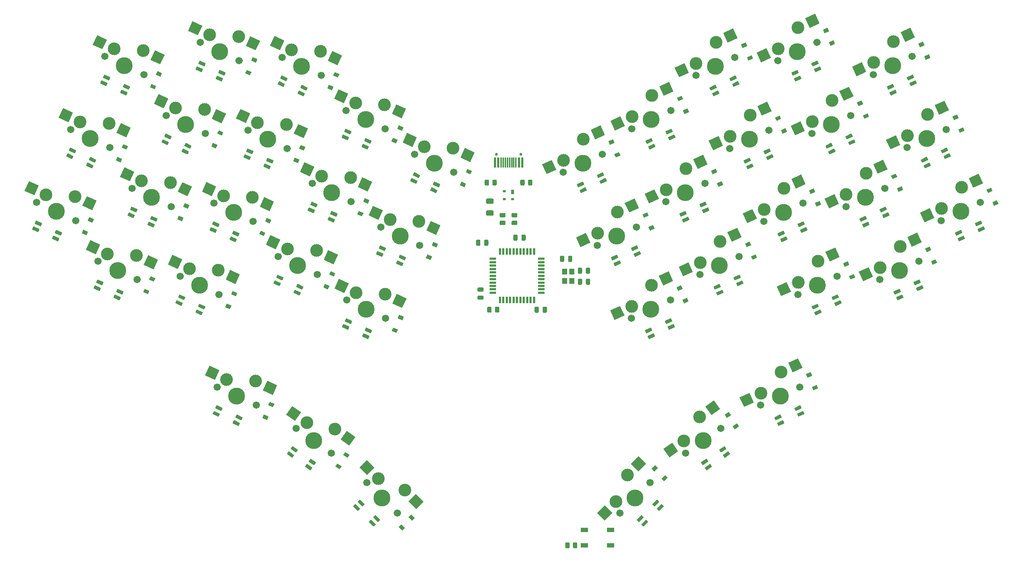
<source format=gbr>
%TF.GenerationSoftware,KiCad,Pcbnew,(5.1.9)-1*%
%TF.CreationDate,2021-07-16T02:30:04-07:00*%
%TF.ProjectId,barobord,6261726f-626f-4726-942e-6b696361645f,rev?*%
%TF.SameCoordinates,Original*%
%TF.FileFunction,Soldermask,Bot*%
%TF.FilePolarity,Negative*%
%FSLAX46Y46*%
G04 Gerber Fmt 4.6, Leading zero omitted, Abs format (unit mm)*
G04 Created by KiCad (PCBNEW (5.1.9)-1) date 2021-07-16 02:30:04*
%MOMM*%
%LPD*%
G01*
G04 APERTURE LIST*
%ADD10C,0.100000*%
%ADD11C,1.701800*%
%ADD12C,3.987800*%
%ADD13C,3.000000*%
%ADD14R,1.200000X1.400000*%
%ADD15R,0.600000X2.450000*%
%ADD16R,0.300000X2.450000*%
%ADD17C,0.650000*%
%ADD18R,0.700000X1.000000*%
%ADD19R,0.700000X0.600000*%
%ADD20R,1.500000X0.550000*%
%ADD21R,0.550000X1.500000*%
%ADD22R,1.800000X1.100000*%
G04 APERTURE END LIST*
%TO.C,D56*%
G36*
G01*
X119716934Y-83229020D02*
X121018392Y-83835900D01*
G75*
G02*
X121058054Y-83944872I-34655J-74317D01*
G01*
X120780816Y-84539410D01*
G75*
G02*
X120671844Y-84579072I-74317J34655D01*
G01*
X119370386Y-83972192D01*
G75*
G02*
X119330724Y-83863220I34655J74317D01*
G01*
X119607962Y-83268682D01*
G75*
G02*
X119716934Y-83229020I74317J-34655D01*
G01*
G37*
G36*
G01*
X120350862Y-81869558D02*
X121652320Y-82476438D01*
G75*
G02*
X121691982Y-82585410I-34655J-74317D01*
G01*
X121414744Y-83179948D01*
G75*
G02*
X121305772Y-83219610I-74317J34655D01*
G01*
X120004314Y-82612730D01*
G75*
G02*
X119964652Y-82503758I34655J74317D01*
G01*
X120241890Y-81909220D01*
G75*
G02*
X120350862Y-81869558I74317J-34655D01*
G01*
G37*
G36*
G01*
X115004134Y-81031405D02*
X116305592Y-81638285D01*
G75*
G02*
X116345254Y-81747257I-34655J-74317D01*
G01*
X116068016Y-82341795D01*
G75*
G02*
X115959044Y-82381457I-74317J34655D01*
G01*
X114657586Y-81774577D01*
G75*
G02*
X114617924Y-81665605I34655J74317D01*
G01*
X114895162Y-81071067D01*
G75*
G02*
X115004134Y-81031405I74317J-34655D01*
G01*
G37*
G36*
G01*
X115638061Y-79671943D02*
X116939519Y-80278823D01*
G75*
G02*
X116979181Y-80387795I-34655J-74317D01*
G01*
X116701943Y-80982333D01*
G75*
G02*
X116592971Y-81021995I-74317J34655D01*
G01*
X115291513Y-80415115D01*
G75*
G02*
X115251851Y-80306143I34655J74317D01*
G01*
X115529089Y-79711605D01*
G75*
G02*
X115638061Y-79671943I74317J-34655D01*
G01*
G37*
%TD*%
%TO.C,D57*%
G36*
G01*
X111687188Y-100448867D02*
X112988646Y-101055747D01*
G75*
G02*
X113028308Y-101164719I-34655J-74317D01*
G01*
X112751070Y-101759257D01*
G75*
G02*
X112642098Y-101798919I-74317J34655D01*
G01*
X111340640Y-101192039D01*
G75*
G02*
X111300978Y-101083067I34655J74317D01*
G01*
X111578216Y-100488529D01*
G75*
G02*
X111687188Y-100448867I74317J-34655D01*
G01*
G37*
G36*
G01*
X112321116Y-99089405D02*
X113622574Y-99696285D01*
G75*
G02*
X113662236Y-99805257I-34655J-74317D01*
G01*
X113384998Y-100399795D01*
G75*
G02*
X113276026Y-100439457I-74317J34655D01*
G01*
X111974568Y-99832577D01*
G75*
G02*
X111934906Y-99723605I34655J74317D01*
G01*
X112212144Y-99129067D01*
G75*
G02*
X112321116Y-99089405I74317J-34655D01*
G01*
G37*
G36*
G01*
X106974388Y-98251252D02*
X108275846Y-98858132D01*
G75*
G02*
X108315508Y-98967104I-34655J-74317D01*
G01*
X108038270Y-99561642D01*
G75*
G02*
X107929298Y-99601304I-74317J34655D01*
G01*
X106627840Y-98994424D01*
G75*
G02*
X106588178Y-98885452I34655J74317D01*
G01*
X106865416Y-98290914D01*
G75*
G02*
X106974388Y-98251252I74317J-34655D01*
G01*
G37*
G36*
G01*
X107608315Y-96891790D02*
X108909773Y-97498670D01*
G75*
G02*
X108949435Y-97607642I-34655J-74317D01*
G01*
X108672197Y-98202180D01*
G75*
G02*
X108563225Y-98241842I-74317J34655D01*
G01*
X107261767Y-97634962D01*
G75*
G02*
X107222105Y-97525990I34655J74317D01*
G01*
X107499343Y-96931452D01*
G75*
G02*
X107608315Y-96891790I74317J-34655D01*
G01*
G37*
%TD*%
%TO.C,D45*%
G36*
G01*
X61084192Y-74093857D02*
X62385650Y-74700737D01*
G75*
G02*
X62425312Y-74809709I-34655J-74317D01*
G01*
X62148074Y-75404247D01*
G75*
G02*
X62039102Y-75443909I-74317J34655D01*
G01*
X60737644Y-74837029D01*
G75*
G02*
X60697982Y-74728057I34655J74317D01*
G01*
X60975220Y-74133519D01*
G75*
G02*
X61084192Y-74093857I74317J-34655D01*
G01*
G37*
G36*
G01*
X61718120Y-72734395D02*
X63019578Y-73341275D01*
G75*
G02*
X63059240Y-73450247I-34655J-74317D01*
G01*
X62782002Y-74044785D01*
G75*
G02*
X62673030Y-74084447I-74317J34655D01*
G01*
X61371572Y-73477567D01*
G75*
G02*
X61331910Y-73368595I34655J74317D01*
G01*
X61609148Y-72774057D01*
G75*
G02*
X61718120Y-72734395I74317J-34655D01*
G01*
G37*
G36*
G01*
X56371392Y-71896242D02*
X57672850Y-72503122D01*
G75*
G02*
X57712512Y-72612094I-34655J-74317D01*
G01*
X57435274Y-73206632D01*
G75*
G02*
X57326302Y-73246294I-74317J34655D01*
G01*
X56024844Y-72639414D01*
G75*
G02*
X55985182Y-72530442I34655J74317D01*
G01*
X56262420Y-71935904D01*
G75*
G02*
X56371392Y-71896242I74317J-34655D01*
G01*
G37*
G36*
G01*
X57005319Y-70536780D02*
X58306777Y-71143660D01*
G75*
G02*
X58346439Y-71252632I-34655J-74317D01*
G01*
X58069201Y-71847170D01*
G75*
G02*
X57960229Y-71886832I-74317J34655D01*
G01*
X56658771Y-71279952D01*
G75*
G02*
X56619109Y-71170980I34655J74317D01*
G01*
X56896347Y-70576442D01*
G75*
G02*
X57005319Y-70536780I74317J-34655D01*
G01*
G37*
%TD*%
%TO.C,D65*%
G36*
G01*
X175394408Y-81638285D02*
X176695866Y-81031405D01*
G75*
G02*
X176804838Y-81071067I34655J-74317D01*
G01*
X177082076Y-81665605D01*
G75*
G02*
X177042414Y-81774577I-74317J-34655D01*
G01*
X175740956Y-82381457D01*
G75*
G02*
X175631984Y-82341795I-34655J74317D01*
G01*
X175354746Y-81747257D01*
G75*
G02*
X175394408Y-81638285I74317J34655D01*
G01*
G37*
G36*
G01*
X174760481Y-80278823D02*
X176061939Y-79671943D01*
G75*
G02*
X176170911Y-79711605I34655J-74317D01*
G01*
X176448149Y-80306143D01*
G75*
G02*
X176408487Y-80415115I-74317J-34655D01*
G01*
X175107029Y-81021995D01*
G75*
G02*
X174998057Y-80982333I-34655J74317D01*
G01*
X174720819Y-80387795D01*
G75*
G02*
X174760481Y-80278823I74317J34655D01*
G01*
G37*
G36*
G01*
X170681608Y-83835900D02*
X171983066Y-83229020D01*
G75*
G02*
X172092038Y-83268682I34655J-74317D01*
G01*
X172369276Y-83863220D01*
G75*
G02*
X172329614Y-83972192I-74317J-34655D01*
G01*
X171028156Y-84579072D01*
G75*
G02*
X170919184Y-84539410I-34655J74317D01*
G01*
X170641946Y-83944872D01*
G75*
G02*
X170681608Y-83835900I74317J34655D01*
G01*
G37*
G36*
G01*
X170047680Y-82476438D02*
X171349138Y-81869558D01*
G75*
G02*
X171458110Y-81909220I34655J-74317D01*
G01*
X171735348Y-82503758D01*
G75*
G02*
X171695686Y-82612730I-74317J-34655D01*
G01*
X170394228Y-83219610D01*
G75*
G02*
X170285256Y-83179948I-34655J74317D01*
G01*
X170008018Y-82585410D01*
G75*
G02*
X170047680Y-82476438I74317J34655D01*
G01*
G37*
%TD*%
%TO.C,D59*%
G36*
G01*
X98359178Y-131279533D02*
X99535480Y-132103189D01*
G75*
G02*
X99555617Y-132217392I-47033J-67170D01*
G01*
X99179351Y-132754756D01*
G75*
G02*
X99065148Y-132774893I-67170J47033D01*
G01*
X97888846Y-131951237D01*
G75*
G02*
X97868709Y-131837034I47033J67170D01*
G01*
X98244975Y-131299670D01*
G75*
G02*
X98359178Y-131279533I67170J-47033D01*
G01*
G37*
G36*
G01*
X99219543Y-130050805D02*
X100395845Y-130874461D01*
G75*
G02*
X100415982Y-130988664I-47033J-67170D01*
G01*
X100039716Y-131526028D01*
G75*
G02*
X99925513Y-131546165I-67170J47033D01*
G01*
X98749211Y-130722509D01*
G75*
G02*
X98729074Y-130608306I47033J67170D01*
G01*
X99105340Y-130070942D01*
G75*
G02*
X99219543Y-130050805I67170J-47033D01*
G01*
G37*
G36*
G01*
X94099588Y-128296936D02*
X95275890Y-129120592D01*
G75*
G02*
X95296027Y-129234795I-47033J-67170D01*
G01*
X94919761Y-129772159D01*
G75*
G02*
X94805558Y-129792296I-67170J47033D01*
G01*
X93629256Y-128968640D01*
G75*
G02*
X93609119Y-128854437I47033J67170D01*
G01*
X93985385Y-128317073D01*
G75*
G02*
X94099588Y-128296936I67170J-47033D01*
G01*
G37*
G36*
G01*
X94959952Y-127068208D02*
X96136254Y-127891864D01*
G75*
G02*
X96156391Y-128006067I-47033J-67170D01*
G01*
X95780125Y-128543431D01*
G75*
G02*
X95665922Y-128563568I-67170J47033D01*
G01*
X94489620Y-127739912D01*
G75*
G02*
X94469483Y-127625709I47033J67170D01*
G01*
X94845749Y-127088345D01*
G75*
G02*
X94959952Y-127068208I67170J-47033D01*
G01*
G37*
%TD*%
%TO.C,D53*%
G36*
G01*
X103553633Y-72933503D02*
X104855091Y-73540383D01*
G75*
G02*
X104894753Y-73649355I-34655J-74317D01*
G01*
X104617515Y-74243893D01*
G75*
G02*
X104508543Y-74283555I-74317J34655D01*
G01*
X103207085Y-73676675D01*
G75*
G02*
X103167423Y-73567703I34655J74317D01*
G01*
X103444661Y-72973165D01*
G75*
G02*
X103553633Y-72933503I74317J-34655D01*
G01*
G37*
G36*
G01*
X104187561Y-71574041D02*
X105489019Y-72180921D01*
G75*
G02*
X105528681Y-72289893I-34655J-74317D01*
G01*
X105251443Y-72884431D01*
G75*
G02*
X105142471Y-72924093I-74317J34655D01*
G01*
X103841013Y-72317213D01*
G75*
G02*
X103801351Y-72208241I34655J74317D01*
G01*
X104078589Y-71613703D01*
G75*
G02*
X104187561Y-71574041I74317J-34655D01*
G01*
G37*
G36*
G01*
X98840833Y-70735888D02*
X100142291Y-71342768D01*
G75*
G02*
X100181953Y-71451740I-34655J-74317D01*
G01*
X99904715Y-72046278D01*
G75*
G02*
X99795743Y-72085940I-74317J34655D01*
G01*
X98494285Y-71479060D01*
G75*
G02*
X98454623Y-71370088I34655J74317D01*
G01*
X98731861Y-70775550D01*
G75*
G02*
X98840833Y-70735888I74317J-34655D01*
G01*
G37*
G36*
G01*
X99474760Y-69376426D02*
X100776218Y-69983306D01*
G75*
G02*
X100815880Y-70092278I-34655J-74317D01*
G01*
X100538642Y-70686816D01*
G75*
G02*
X100429670Y-70726478I-74317J34655D01*
G01*
X99128212Y-70119598D01*
G75*
G02*
X99088550Y-70010626I34655J74317D01*
G01*
X99365788Y-69416088D01*
G75*
G02*
X99474760Y-69376426I74317J-34655D01*
G01*
G37*
%TD*%
%TO.C,D52*%
G36*
G01*
X95523886Y-90153351D02*
X96825344Y-90760231D01*
G75*
G02*
X96865006Y-90869203I-34655J-74317D01*
G01*
X96587768Y-91463741D01*
G75*
G02*
X96478796Y-91503403I-74317J34655D01*
G01*
X95177338Y-90896523D01*
G75*
G02*
X95137676Y-90787551I34655J74317D01*
G01*
X95414914Y-90193013D01*
G75*
G02*
X95523886Y-90153351I74317J-34655D01*
G01*
G37*
G36*
G01*
X96157814Y-88793889D02*
X97459272Y-89400769D01*
G75*
G02*
X97498934Y-89509741I-34655J-74317D01*
G01*
X97221696Y-90104279D01*
G75*
G02*
X97112724Y-90143941I-74317J34655D01*
G01*
X95811266Y-89537061D01*
G75*
G02*
X95771604Y-89428089I34655J74317D01*
G01*
X96048842Y-88833551D01*
G75*
G02*
X96157814Y-88793889I74317J-34655D01*
G01*
G37*
G36*
G01*
X90811086Y-87955736D02*
X92112544Y-88562616D01*
G75*
G02*
X92152206Y-88671588I-34655J-74317D01*
G01*
X91874968Y-89266126D01*
G75*
G02*
X91765996Y-89305788I-74317J34655D01*
G01*
X90464538Y-88698908D01*
G75*
G02*
X90424876Y-88589936I34655J74317D01*
G01*
X90702114Y-87995398D01*
G75*
G02*
X90811086Y-87955736I74317J-34655D01*
G01*
G37*
G36*
G01*
X91445013Y-86596274D02*
X92746471Y-87203154D01*
G75*
G02*
X92786133Y-87312126I-34655J-74317D01*
G01*
X92508895Y-87906664D01*
G75*
G02*
X92399923Y-87946326I-74317J34655D01*
G01*
X91098465Y-87339446D01*
G75*
G02*
X91058803Y-87230474I34655J74317D01*
G01*
X91336041Y-86635936D01*
G75*
G02*
X91445013Y-86596274I74317J-34655D01*
G01*
G37*
%TD*%
%TO.C,D54*%
G36*
G01*
X111583380Y-55713656D02*
X112884838Y-56320536D01*
G75*
G02*
X112924500Y-56429508I-34655J-74317D01*
G01*
X112647262Y-57024046D01*
G75*
G02*
X112538290Y-57063708I-74317J34655D01*
G01*
X111236832Y-56456828D01*
G75*
G02*
X111197170Y-56347856I34655J74317D01*
G01*
X111474408Y-55753318D01*
G75*
G02*
X111583380Y-55713656I74317J-34655D01*
G01*
G37*
G36*
G01*
X112217308Y-54354194D02*
X113518766Y-54961074D01*
G75*
G02*
X113558428Y-55070046I-34655J-74317D01*
G01*
X113281190Y-55664584D01*
G75*
G02*
X113172218Y-55704246I-74317J34655D01*
G01*
X111870760Y-55097366D01*
G75*
G02*
X111831098Y-54988394I34655J74317D01*
G01*
X112108336Y-54393856D01*
G75*
G02*
X112217308Y-54354194I74317J-34655D01*
G01*
G37*
G36*
G01*
X106870580Y-53516041D02*
X108172038Y-54122921D01*
G75*
G02*
X108211700Y-54231893I-34655J-74317D01*
G01*
X107934462Y-54826431D01*
G75*
G02*
X107825490Y-54866093I-74317J34655D01*
G01*
X106524032Y-54259213D01*
G75*
G02*
X106484370Y-54150241I34655J74317D01*
G01*
X106761608Y-53555703D01*
G75*
G02*
X106870580Y-53516041I74317J-34655D01*
G01*
G37*
G36*
G01*
X107504507Y-52156579D02*
X108805965Y-52763459D01*
G75*
G02*
X108845627Y-52872431I-34655J-74317D01*
G01*
X108568389Y-53466969D01*
G75*
G02*
X108459417Y-53506631I-74317J34655D01*
G01*
X107157959Y-52899751D01*
G75*
G02*
X107118297Y-52790779I34655J74317D01*
G01*
X107395535Y-52196241D01*
G75*
G02*
X107504507Y-52156579I74317J-34655D01*
G01*
G37*
%TD*%
D10*
%TO.C,SW24*%
G36*
X88646754Y-79542826D02*
G01*
X89703299Y-77277057D01*
X92014384Y-78354734D01*
X90957839Y-80620503D01*
X88646754Y-79542826D01*
G37*
D11*
X91504761Y-82298895D03*
X100712849Y-86592697D03*
D12*
X96108805Y-84445796D03*
D13*
X93729223Y-80533599D03*
X100557728Y-80915203D03*
D10*
G36*
X102272567Y-83094067D02*
G01*
X103329112Y-80828298D01*
X105640197Y-81905975D01*
X104583652Y-84171744D01*
X102272567Y-83094067D01*
G37*
%TD*%
%TO.C,SW4*%
G36*
X104706248Y-45103131D02*
G01*
X105762793Y-42837362D01*
X108073878Y-43915039D01*
X107017333Y-46180808D01*
X104706248Y-45103131D01*
G37*
D11*
X107564255Y-47859200D03*
X116772343Y-52153002D03*
D12*
X112168299Y-50006101D03*
D13*
X109788717Y-46093904D03*
X116617222Y-46475508D03*
D10*
G36*
X118332061Y-48654372D02*
G01*
X119388606Y-46388603D01*
X121699691Y-47466280D01*
X120643146Y-49732049D01*
X118332061Y-48654372D01*
G37*
%TD*%
%TO.C,SW14*%
G36*
X96676501Y-62322978D02*
G01*
X97733046Y-60057209D01*
X100044131Y-61134886D01*
X98987586Y-63400655D01*
X96676501Y-62322978D01*
G37*
D11*
X99534508Y-65079047D03*
X108742596Y-69372849D03*
D12*
X104138552Y-67225948D03*
D13*
X101758970Y-63313751D03*
X108587475Y-63695355D03*
D10*
G36*
X110302314Y-65874219D02*
G01*
X111358859Y-63608450D01*
X113669944Y-64686127D01*
X112613399Y-66951896D01*
X110302314Y-65874219D01*
G37*
%TD*%
%TO.C,SW34*%
G36*
X93429024Y-119636005D02*
G01*
X94862965Y-117588125D01*
X96951802Y-119050745D01*
X95517861Y-121098625D01*
X93429024Y-119636005D01*
G37*
D11*
X95765026Y-122846491D03*
X104087610Y-128674027D03*
D12*
X99926318Y-125760259D03*
D13*
X98262233Y-121494287D03*
X104920732Y-123055851D03*
D10*
G36*
X106231164Y-125499392D02*
G01*
X107665105Y-123451512D01*
X109753942Y-124914132D01*
X108320001Y-126962012D01*
X106231164Y-125499392D01*
G37*
%TD*%
%TO.C,SW7*%
G36*
X170979294Y-52570796D02*
G01*
X169922749Y-50305027D01*
X172233834Y-49227350D01*
X173290379Y-51493119D01*
X170979294Y-52570796D01*
G37*
D11*
X174927657Y-52153002D03*
X184135745Y-47859200D03*
D12*
X179531701Y-50006101D03*
D13*
X175005218Y-49314255D03*
X179686822Y-44328607D03*
D10*
G36*
X182458206Y-44415512D02*
G01*
X181401661Y-42149743D01*
X183712746Y-41072066D01*
X184769291Y-43337835D01*
X182458206Y-44415512D01*
G37*
%TD*%
%TO.C,SW40*%
G36*
X229508229Y-88170844D02*
G01*
X228451684Y-85905075D01*
X230762769Y-84827398D01*
X231819314Y-87093167D01*
X229508229Y-88170844D01*
G37*
D11*
X233456592Y-87753050D03*
X242664680Y-83459248D03*
D12*
X238060636Y-85606149D03*
D13*
X233534153Y-84914303D03*
X238215757Y-79928655D03*
D10*
G36*
X240987141Y-80015560D02*
G01*
X239930596Y-77749791D01*
X242241681Y-76672114D01*
X243298226Y-78937883D01*
X240987141Y-80015560D01*
G37*
%TD*%
%TO.C,SW39*%
G36*
X210175291Y-91669052D02*
G01*
X209118746Y-89403283D01*
X211429831Y-88325606D01*
X212486376Y-90591375D01*
X210175291Y-91669052D01*
G37*
D11*
X214123654Y-91251258D03*
X223331742Y-86957456D03*
D12*
X218727698Y-89104357D03*
D13*
X214201215Y-88412511D03*
X218882819Y-83426863D03*
D10*
G36*
X221654203Y-83513768D02*
G01*
X220597658Y-81247999D01*
X222908743Y-80170322D01*
X223965288Y-82436091D01*
X221654203Y-83513768D01*
G37*
%TD*%
%TO.C,SW38*%
G36*
X201407808Y-117824955D02*
G01*
X200351263Y-115559186D01*
X202662348Y-114481509D01*
X203718893Y-116747278D01*
X201407808Y-117824955D01*
G37*
D11*
X205356171Y-117407161D03*
X214564259Y-113113359D03*
D12*
X209960215Y-115260260D03*
D13*
X205433732Y-114568414D03*
X210115336Y-109582766D03*
D10*
G36*
X212886720Y-109669671D02*
G01*
X211830175Y-107403902D01*
X214141260Y-106326225D01*
X215197805Y-108591994D01*
X212886720Y-109669671D01*
G37*
%TD*%
%TO.C,SW37*%
G36*
X183796560Y-129771101D02*
G01*
X182362619Y-127723221D01*
X184451456Y-126260601D01*
X185885397Y-128308481D01*
X183796560Y-129771101D01*
G37*
D11*
X187612390Y-128674027D03*
X195934974Y-122846491D03*
D12*
X191773682Y-125760259D03*
D13*
X187195829Y-125864939D03*
X190940560Y-120142082D03*
D10*
G36*
X193684932Y-119746421D02*
G01*
X192250991Y-117698541D01*
X194339828Y-116235921D01*
X195773769Y-118283801D01*
X193684932Y-119746421D01*
G37*
%TD*%
%TO.C,SW36*%
G36*
X168527294Y-144593920D02*
G01*
X166759527Y-142826153D01*
X168562650Y-141023030D01*
X170330417Y-142790797D01*
X168527294Y-144593920D01*
G37*
D11*
X172094648Y-142850901D03*
X179278852Y-135666697D03*
D12*
X175686750Y-139258799D03*
D13*
X171196622Y-140156825D03*
X173890699Y-133870645D03*
D10*
G36*
X176524671Y-133004440D02*
G01*
X174756904Y-131236673D01*
X176560027Y-129433550D01*
X178327794Y-131201317D01*
X176524671Y-133004440D01*
G37*
%TD*%
%TO.C,SW35*%
G36*
X110678129Y-132099343D02*
G01*
X112445896Y-130331576D01*
X114249019Y-132134699D01*
X112481252Y-133902466D01*
X110678129Y-132099343D01*
G37*
D11*
X112421148Y-135666697D03*
X119605352Y-142850901D03*
D12*
X116013250Y-139258799D03*
D13*
X115115224Y-134768671D03*
X121401404Y-137462748D03*
D10*
G36*
X122267609Y-140096720D02*
G01*
X124035376Y-138328953D01*
X125838499Y-140132076D01*
X124070732Y-141899843D01*
X122267609Y-140096720D01*
G37*
%TD*%
%TO.C,SW33*%
G36*
X74277734Y-110357290D02*
G01*
X75334279Y-108091521D01*
X77645364Y-109169198D01*
X76588819Y-111434967D01*
X74277734Y-110357290D01*
G37*
D11*
X77135741Y-113113359D03*
X86343829Y-117407161D03*
D12*
X81739785Y-115260260D03*
D13*
X79360203Y-111348063D03*
X86188708Y-111729667D03*
D10*
G36*
X87903547Y-113908531D02*
G01*
X88960092Y-111642762D01*
X91271177Y-112720439D01*
X90214632Y-114986208D01*
X87903547Y-113908531D01*
G37*
%TD*%
%TO.C,SW32*%
G36*
X65510251Y-84201387D02*
G01*
X66566796Y-81935618D01*
X68877881Y-83013295D01*
X67821336Y-85279064D01*
X65510251Y-84201387D01*
G37*
D11*
X68368258Y-86957456D03*
X77576346Y-91251258D03*
D12*
X72972302Y-89104357D03*
D13*
X70592720Y-85192160D03*
X77421225Y-85573764D03*
D10*
G36*
X79136064Y-87752628D02*
G01*
X80192609Y-85486859D01*
X82503694Y-86564536D01*
X81447149Y-88830305D01*
X79136064Y-87752628D01*
G37*
%TD*%
%TO.C,SW31*%
G36*
X46177313Y-80703179D02*
G01*
X47233858Y-78437410D01*
X49544943Y-79515087D01*
X48488398Y-81780856D01*
X46177313Y-80703179D01*
G37*
D11*
X49035320Y-83459248D03*
X58243408Y-87753050D03*
D12*
X53639364Y-85606149D03*
D13*
X51259782Y-81693952D03*
X58088287Y-82075556D03*
D10*
G36*
X59803126Y-84254420D02*
G01*
X60859671Y-81988651D01*
X63170756Y-83066328D01*
X62114211Y-85332097D01*
X59803126Y-84254420D01*
G37*
%TD*%
%TO.C,SW30*%
G36*
X243981057Y-74250097D02*
G01*
X242924512Y-71984328D01*
X245235597Y-70906651D01*
X246292142Y-73172420D01*
X243981057Y-74250097D01*
G37*
D11*
X247929420Y-73832303D03*
X257137508Y-69538501D03*
D12*
X252533464Y-71685402D03*
D13*
X248006981Y-70993556D03*
X252688585Y-66007908D03*
D10*
G36*
X255459969Y-66094813D02*
G01*
X254403424Y-63829044D01*
X256714509Y-62751367D01*
X257771054Y-65017136D01*
X255459969Y-66094813D01*
G37*
%TD*%
%TO.C,SW29*%
G36*
X221478482Y-70950997D02*
G01*
X220421937Y-68685228D01*
X222733022Y-67607551D01*
X223789567Y-69873320D01*
X221478482Y-70950997D01*
G37*
D11*
X225426845Y-70533203D03*
X234634933Y-66239401D03*
D12*
X230030889Y-68386302D03*
D13*
X225504406Y-67694456D03*
X230186010Y-62708808D03*
D10*
G36*
X232957394Y-62795713D02*
G01*
X231900849Y-60529944D01*
X234211934Y-59452267D01*
X235268479Y-61718036D01*
X232957394Y-62795713D01*
G37*
%TD*%
%TO.C,SW28*%
G36*
X202145544Y-74449205D02*
G01*
X201088999Y-72183436D01*
X203400084Y-71105759D01*
X204456629Y-73371528D01*
X202145544Y-74449205D01*
G37*
D11*
X206093907Y-74031411D03*
X215301995Y-69737609D03*
D12*
X210697951Y-71884510D03*
D13*
X206171468Y-71192664D03*
X210853072Y-66207016D03*
D10*
G36*
X213624456Y-66293921D02*
G01*
X212567911Y-64028152D01*
X214878996Y-62950475D01*
X215935541Y-65216244D01*
X213624456Y-66293921D01*
G37*
%TD*%
%TO.C,SW27*%
G36*
X187038788Y-87010491D02*
G01*
X185982243Y-84744722D01*
X188293328Y-83667045D01*
X189349873Y-85932814D01*
X187038788Y-87010491D01*
G37*
D11*
X190987151Y-86592697D03*
X200195239Y-82298895D03*
D12*
X195591195Y-84445796D03*
D13*
X191064712Y-83753950D03*
X195746316Y-78768302D03*
D10*
G36*
X198517700Y-78855207D02*
G01*
X197461155Y-76589438D01*
X199772240Y-75511761D01*
X200828785Y-77777530D01*
X198517700Y-78855207D01*
G37*
%TD*%
%TO.C,SW26*%
G36*
X170875486Y-97306007D02*
G01*
X169818941Y-95040238D01*
X172130026Y-93962561D01*
X173186571Y-96228330D01*
X170875486Y-97306007D01*
G37*
D11*
X174823849Y-96888213D03*
X184031937Y-92594411D03*
D12*
X179427893Y-94741312D03*
D13*
X174901410Y-94049466D03*
X179583014Y-89063818D03*
D10*
G36*
X182354398Y-89150723D02*
G01*
X181297853Y-86884954D01*
X183608938Y-85807277D01*
X184665483Y-88073046D01*
X182354398Y-89150723D01*
G37*
%TD*%
%TO.C,SW25*%
G36*
X104810056Y-89838342D02*
G01*
X105866601Y-87572573D01*
X108177686Y-88650250D01*
X107121141Y-90916019D01*
X104810056Y-89838342D01*
G37*
D11*
X107668063Y-92594411D03*
X116876151Y-96888213D03*
D12*
X112272107Y-94741312D03*
D13*
X109892525Y-90829115D03*
X116721030Y-91210719D03*
D10*
G36*
X118435869Y-93389583D02*
G01*
X119492414Y-91123814D01*
X121803499Y-92201491D01*
X120746954Y-94467260D01*
X118435869Y-93389583D01*
G37*
%TD*%
%TO.C,SW23*%
G36*
X73539998Y-66981540D02*
G01*
X74596543Y-64715771D01*
X76907628Y-65793448D01*
X75851083Y-68059217D01*
X73539998Y-66981540D01*
G37*
D11*
X76398005Y-69737609D03*
X85606093Y-74031411D03*
D12*
X81002049Y-71884510D03*
D13*
X78622467Y-67972313D03*
X85450972Y-68353917D03*
D10*
G36*
X87165811Y-70532781D02*
G01*
X88222356Y-68267012D01*
X90533441Y-69344689D01*
X89476896Y-71610458D01*
X87165811Y-70532781D01*
G37*
%TD*%
%TO.C,SW22*%
G36*
X54207060Y-63483332D02*
G01*
X55263605Y-61217563D01*
X57574690Y-62295240D01*
X56518145Y-64561009D01*
X54207060Y-63483332D01*
G37*
D11*
X57065067Y-66239401D03*
X66273155Y-70533203D03*
D12*
X61669111Y-68386302D03*
D13*
X59289529Y-64474105D03*
X66118034Y-64855709D03*
D10*
G36*
X67832873Y-67034573D02*
G01*
X68889418Y-64768804D01*
X71200503Y-65846481D01*
X70143958Y-68112250D01*
X67832873Y-67034573D01*
G37*
%TD*%
%TO.C,SW21*%
G36*
X31704485Y-66782432D02*
G01*
X32761030Y-64516663D01*
X35072115Y-65594340D01*
X34015570Y-67860109D01*
X31704485Y-66782432D01*
G37*
D11*
X34562492Y-69538501D03*
X43770580Y-73832303D03*
D12*
X39166536Y-71685402D03*
D13*
X36786954Y-67773205D03*
X43615459Y-68154809D03*
D10*
G36*
X45330298Y-70333673D02*
G01*
X46386843Y-68067904D01*
X48697928Y-69145581D01*
X47641383Y-71411350D01*
X45330298Y-70333673D01*
G37*
%TD*%
%TO.C,SW20*%
G36*
X235951310Y-57030250D02*
G01*
X234894765Y-54764481D01*
X237205850Y-53686804D01*
X238262395Y-55952573D01*
X235951310Y-57030250D01*
G37*
D11*
X239899673Y-56612456D03*
X249107761Y-52318654D03*
D12*
X244503717Y-54465555D03*
D13*
X239977234Y-53773709D03*
X244658838Y-48788061D03*
D10*
G36*
X247430222Y-48874966D02*
G01*
X246373677Y-46609197D01*
X248684762Y-45531520D01*
X249741307Y-47797289D01*
X247430222Y-48874966D01*
G37*
%TD*%
%TO.C,SW19*%
G36*
X213448735Y-53731150D02*
G01*
X212392190Y-51465381D01*
X214703275Y-50387704D01*
X215759820Y-52653473D01*
X213448735Y-53731150D01*
G37*
D11*
X217397098Y-53313356D03*
X226605186Y-49019554D03*
D12*
X222001142Y-51166455D03*
D13*
X217474659Y-50474609D03*
X222156263Y-45488961D03*
D10*
G36*
X224927647Y-45575866D02*
G01*
X223871102Y-43310097D01*
X226182187Y-42232420D01*
X227238732Y-44498189D01*
X224927647Y-45575866D01*
G37*
%TD*%
%TO.C,SW18*%
G36*
X194115797Y-57229358D02*
G01*
X193059252Y-54963589D01*
X195370337Y-53885912D01*
X196426882Y-56151681D01*
X194115797Y-57229358D01*
G37*
D11*
X198064160Y-56811564D03*
X207272248Y-52517762D03*
D12*
X202668204Y-54664663D03*
D13*
X198141721Y-53972817D03*
X202823325Y-48987169D03*
D10*
G36*
X205594709Y-49074074D02*
G01*
X204538164Y-46808305D01*
X206849249Y-45730628D01*
X207905794Y-47996397D01*
X205594709Y-49074074D01*
G37*
%TD*%
%TO.C,SW17*%
G36*
X179009041Y-69790643D02*
G01*
X177952496Y-67524874D01*
X180263581Y-66447197D01*
X181320126Y-68712966D01*
X179009041Y-69790643D01*
G37*
D11*
X182957404Y-69372849D03*
X192165492Y-65079047D03*
D12*
X187561448Y-67225948D03*
D13*
X183034965Y-66534102D03*
X187716569Y-61548454D03*
D10*
G36*
X190487953Y-61635359D02*
G01*
X189431408Y-59369590D01*
X191742493Y-58291913D01*
X192799038Y-60557682D01*
X190487953Y-61635359D01*
G37*
%TD*%
%TO.C,SW16*%
G36*
X162845740Y-80086160D02*
G01*
X161789195Y-77820391D01*
X164100280Y-76742714D01*
X165156825Y-79008483D01*
X162845740Y-80086160D01*
G37*
D11*
X166794103Y-79668366D03*
X176002191Y-75374564D03*
D12*
X171398147Y-77521465D03*
D13*
X166871664Y-76829619D03*
X171553268Y-71843971D03*
D10*
G36*
X174324652Y-71930876D02*
G01*
X173268107Y-69665107D01*
X175579192Y-68587430D01*
X176635737Y-70853199D01*
X174324652Y-71930876D01*
G37*
%TD*%
%TO.C,SW15*%
G36*
X112839802Y-72618495D02*
G01*
X113896347Y-70352726D01*
X116207432Y-71430403D01*
X115150887Y-73696172D01*
X112839802Y-72618495D01*
G37*
D11*
X115697809Y-75374564D03*
X124905897Y-79668366D03*
D12*
X120301853Y-77521465D03*
D13*
X117922271Y-73609268D03*
X124750776Y-73990872D03*
D10*
G36*
X126465615Y-76169736D02*
G01*
X127522160Y-73903967D01*
X129833245Y-74981644D01*
X128776700Y-77247413D01*
X126465615Y-76169736D01*
G37*
%TD*%
%TO.C,SW13*%
G36*
X81569745Y-49761693D02*
G01*
X82626290Y-47495924D01*
X84937375Y-48573601D01*
X83880830Y-50839370D01*
X81569745Y-49761693D01*
G37*
D11*
X84427752Y-52517762D03*
X93635840Y-56811564D03*
D12*
X89031796Y-54664663D03*
D13*
X86652214Y-50752466D03*
X93480719Y-51134070D03*
D10*
G36*
X95195558Y-53312934D02*
G01*
X96252103Y-51047165D01*
X98563188Y-52124842D01*
X97506643Y-54390611D01*
X95195558Y-53312934D01*
G37*
%TD*%
%TO.C,SW12*%
G36*
X62236807Y-46263485D02*
G01*
X63293352Y-43997716D01*
X65604437Y-45075393D01*
X64547892Y-47341162D01*
X62236807Y-46263485D01*
G37*
D11*
X65094814Y-49019554D03*
X74302902Y-53313356D03*
D12*
X69698858Y-51166455D03*
D13*
X67319276Y-47254258D03*
X74147781Y-47635862D03*
D10*
G36*
X75862620Y-49814726D02*
G01*
X76919165Y-47548957D01*
X79230250Y-48626634D01*
X78173705Y-50892403D01*
X75862620Y-49814726D01*
G37*
%TD*%
%TO.C,SW11*%
G36*
X39734232Y-49562585D02*
G01*
X40790777Y-47296816D01*
X43101862Y-48374493D01*
X42045317Y-50640262D01*
X39734232Y-49562585D01*
G37*
D11*
X42592239Y-52318654D03*
X51800327Y-56612456D03*
D12*
X47196283Y-54465555D03*
D13*
X44816701Y-50553358D03*
X51645206Y-50934962D03*
D10*
G36*
X53360045Y-53113826D02*
G01*
X54416590Y-50848057D01*
X56727675Y-51925734D01*
X55671130Y-54191503D01*
X53360045Y-53113826D01*
G37*
%TD*%
%TO.C,SW10*%
G36*
X227921563Y-39810403D02*
G01*
X226865018Y-37544634D01*
X229176103Y-36466957D01*
X230232648Y-38732726D01*
X227921563Y-39810403D01*
G37*
D11*
X231869926Y-39392609D03*
X241078014Y-35098807D03*
D12*
X236473970Y-37245708D03*
D13*
X231947487Y-36553862D03*
X236629091Y-31568214D03*
D10*
G36*
X239400475Y-31655119D02*
G01*
X238343930Y-29389350D01*
X240655015Y-28311673D01*
X241711560Y-30577442D01*
X239400475Y-31655119D01*
G37*
%TD*%
%TO.C,SW9*%
G36*
X205418988Y-36511303D02*
G01*
X204362443Y-34245534D01*
X206673528Y-33167857D01*
X207730073Y-35433626D01*
X205418988Y-36511303D01*
G37*
D11*
X209367351Y-36093509D03*
X218575439Y-31799707D03*
D12*
X213971395Y-33946608D03*
D13*
X209444912Y-33254762D03*
X214126516Y-28269114D03*
D10*
G36*
X216897900Y-28356019D02*
G01*
X215841355Y-26090250D01*
X218152440Y-25012573D01*
X219208985Y-27278342D01*
X216897900Y-28356019D01*
G37*
%TD*%
%TO.C,SW8*%
G36*
X186086050Y-40009511D02*
G01*
X185029505Y-37743742D01*
X187340590Y-36666065D01*
X188397135Y-38931834D01*
X186086050Y-40009511D01*
G37*
D11*
X190034413Y-39591717D03*
X199242501Y-35297915D03*
D12*
X194638457Y-37444816D03*
D13*
X190111974Y-36752970D03*
X194793578Y-31767322D03*
D10*
G36*
X197564962Y-31854227D02*
G01*
X196508417Y-29588458D01*
X198819502Y-28510781D01*
X199876047Y-30776550D01*
X197564962Y-31854227D01*
G37*
%TD*%
%TO.C,SW6*%
G36*
X154815993Y-62866313D02*
G01*
X153759448Y-60600544D01*
X156070533Y-59522867D01*
X157127078Y-61788636D01*
X154815993Y-62866313D01*
G37*
D11*
X158764356Y-62448519D03*
X167972444Y-58154717D03*
D12*
X163368400Y-60301618D03*
D13*
X158841917Y-59609772D03*
X163523521Y-54624124D03*
D10*
G36*
X166294905Y-54711029D02*
G01*
X165238360Y-52445260D01*
X167549445Y-51367583D01*
X168605990Y-53633352D01*
X166294905Y-54711029D01*
G37*
%TD*%
%TO.C,SW5*%
G36*
X120869549Y-55398648D02*
G01*
X121926094Y-53132879D01*
X124237179Y-54210556D01*
X123180634Y-56476325D01*
X120869549Y-55398648D01*
G37*
D11*
X123727556Y-58154717D03*
X132935644Y-62448519D03*
D12*
X128331600Y-60301618D03*
D13*
X125952018Y-56389421D03*
X132780523Y-56771025D03*
D10*
G36*
X134495362Y-58949889D02*
G01*
X135551907Y-56684120D01*
X137862992Y-57761797D01*
X136806447Y-60027566D01*
X134495362Y-58949889D01*
G37*
%TD*%
%TO.C,SW3*%
G36*
X89599492Y-32541846D02*
G01*
X90656037Y-30276077D01*
X92967122Y-31353754D01*
X91910577Y-33619523D01*
X89599492Y-32541846D01*
G37*
D11*
X92457499Y-35297915D03*
X101665587Y-39591717D03*
D12*
X97061543Y-37444816D03*
D13*
X94681961Y-33532619D03*
X101510466Y-33914223D03*
D10*
G36*
X103225305Y-36093087D02*
G01*
X104281850Y-33827318D01*
X106592935Y-34904995D01*
X105536390Y-37170764D01*
X103225305Y-36093087D01*
G37*
%TD*%
%TO.C,SW2*%
G36*
X70266554Y-29043638D02*
G01*
X71323099Y-26777869D01*
X73634184Y-27855546D01*
X72577639Y-30121315D01*
X70266554Y-29043638D01*
G37*
D11*
X73124561Y-31799707D03*
X82332649Y-36093509D03*
D12*
X77728605Y-33946608D03*
D13*
X75349023Y-30034411D03*
X82177528Y-30416015D03*
D10*
G36*
X83892367Y-32594879D02*
G01*
X84948912Y-30329110D01*
X87259997Y-31406787D01*
X86203452Y-33672556D01*
X83892367Y-32594879D01*
G37*
%TD*%
%TO.C,SW1*%
G36*
X47763979Y-32342738D02*
G01*
X48820524Y-30076969D01*
X51131609Y-31154646D01*
X50075064Y-33420415D01*
X47763979Y-32342738D01*
G37*
D11*
X50621986Y-35098807D03*
X59830074Y-39392609D03*
D12*
X55226030Y-37245708D03*
D13*
X52846448Y-33333511D03*
X59674953Y-33715115D03*
D10*
G36*
X61389792Y-35893979D02*
G01*
X62446337Y-33628210D01*
X64757422Y-34705887D01*
X63700877Y-36971656D01*
X61389792Y-35893979D01*
G37*
%TD*%
D14*
%TO.C,Y1*%
X160752593Y-88108404D03*
X160752593Y-85908404D03*
X159052593Y-85908404D03*
X159052593Y-88108404D03*
%TD*%
D15*
%TO.C,USB1*%
X149077593Y-60103404D03*
X142627593Y-60103404D03*
X148302593Y-60103404D03*
X143402593Y-60103404D03*
D16*
X144102593Y-60103404D03*
X147602593Y-60103404D03*
X144602593Y-60103404D03*
X147102593Y-60103404D03*
X145102593Y-60103404D03*
X146602593Y-60103404D03*
X146102593Y-60103404D03*
X145602593Y-60103404D03*
D17*
X148742593Y-58158404D03*
X142962593Y-58158404D03*
%TD*%
D18*
%TO.C,U2*%
X146852593Y-67108404D03*
D19*
X144852593Y-66908404D03*
X146852593Y-68808404D03*
X144852593Y-68808404D03*
%TD*%
D20*
%TO.C,U1*%
X142152593Y-82858404D03*
X142152593Y-83658404D03*
X142152593Y-84458404D03*
X142152593Y-85258404D03*
X142152593Y-86058404D03*
X142152593Y-86858404D03*
X142152593Y-87658404D03*
X142152593Y-88458404D03*
X142152593Y-89258404D03*
X142152593Y-90058404D03*
X142152593Y-90858404D03*
D21*
X143852593Y-92558404D03*
X144652593Y-92558404D03*
X145452593Y-92558404D03*
X146252593Y-92558404D03*
X147052593Y-92558404D03*
X147852593Y-92558404D03*
X148652593Y-92558404D03*
X149452593Y-92558404D03*
X150252593Y-92558404D03*
X151052593Y-92558404D03*
X151852593Y-92558404D03*
D20*
X153552593Y-90858404D03*
X153552593Y-90058404D03*
X153552593Y-89258404D03*
X153552593Y-88458404D03*
X153552593Y-87658404D03*
X153552593Y-86858404D03*
X153552593Y-86058404D03*
X153552593Y-85258404D03*
X153552593Y-84458404D03*
X153552593Y-83658404D03*
X153552593Y-82858404D03*
D21*
X151852593Y-81158404D03*
X151052593Y-81158404D03*
X150252593Y-81158404D03*
X149452593Y-81158404D03*
X148652593Y-81158404D03*
X147852593Y-81158404D03*
X147052593Y-81158404D03*
X146252593Y-81158404D03*
X145452593Y-81158404D03*
X144652593Y-81158404D03*
X143852593Y-81158404D03*
%TD*%
D22*
%TO.C,SW41*%
X163752593Y-146808404D03*
X169952593Y-150508404D03*
X163752593Y-150508404D03*
X169952593Y-146808404D03*
%TD*%
%TO.C,R6*%
G36*
G01*
X141252593Y-64408402D02*
X141252593Y-65308406D01*
G75*
G02*
X141002595Y-65558404I-249998J0D01*
G01*
X140477591Y-65558404D01*
G75*
G02*
X140227593Y-65308406I0J249998D01*
G01*
X140227593Y-64408402D01*
G75*
G02*
X140477591Y-64158404I249998J0D01*
G01*
X141002595Y-64158404D01*
G75*
G02*
X141252593Y-64408402I0J-249998D01*
G01*
G37*
G36*
G01*
X143077593Y-64408402D02*
X143077593Y-65308406D01*
G75*
G02*
X142827595Y-65558404I-249998J0D01*
G01*
X142302591Y-65558404D01*
G75*
G02*
X142052593Y-65308406I0J249998D01*
G01*
X142052593Y-64408402D01*
G75*
G02*
X142302591Y-64158404I249998J0D01*
G01*
X142827595Y-64158404D01*
G75*
G02*
X143077593Y-64408402I0J-249998D01*
G01*
G37*
%TD*%
%TO.C,R5*%
G36*
G01*
X150452593Y-65308406D02*
X150452593Y-64408402D01*
G75*
G02*
X150702591Y-64158404I249998J0D01*
G01*
X151227595Y-64158404D01*
G75*
G02*
X151477593Y-64408402I0J-249998D01*
G01*
X151477593Y-65308406D01*
G75*
G02*
X151227595Y-65558404I-249998J0D01*
G01*
X150702591Y-65558404D01*
G75*
G02*
X150452593Y-65308406I0J249998D01*
G01*
G37*
G36*
G01*
X148627593Y-65308406D02*
X148627593Y-64408402D01*
G75*
G02*
X148877591Y-64158404I249998J0D01*
G01*
X149402595Y-64158404D01*
G75*
G02*
X149652593Y-64408402I0J-249998D01*
G01*
X149652593Y-65308406D01*
G75*
G02*
X149402595Y-65558404I-249998J0D01*
G01*
X148877591Y-65558404D01*
G75*
G02*
X148627593Y-65308406I0J249998D01*
G01*
G37*
%TD*%
%TO.C,R4*%
G36*
G01*
X161052593Y-150908406D02*
X161052593Y-150008402D01*
G75*
G02*
X161302591Y-149758404I249998J0D01*
G01*
X161827595Y-149758404D01*
G75*
G02*
X162077593Y-150008402I0J-249998D01*
G01*
X162077593Y-150908406D01*
G75*
G02*
X161827595Y-151158404I-249998J0D01*
G01*
X161302591Y-151158404D01*
G75*
G02*
X161052593Y-150908406I0J249998D01*
G01*
G37*
G36*
G01*
X159227593Y-150908406D02*
X159227593Y-150008402D01*
G75*
G02*
X159477591Y-149758404I249998J0D01*
G01*
X160002595Y-149758404D01*
G75*
G02*
X160252593Y-150008402I0J-249998D01*
G01*
X160252593Y-150908406D01*
G75*
G02*
X160002595Y-151158404I-249998J0D01*
G01*
X159477591Y-151158404D01*
G75*
G02*
X159227593Y-150908406I0J249998D01*
G01*
G37*
%TD*%
%TO.C,R3*%
G36*
G01*
X146802591Y-73858404D02*
X147702595Y-73858404D01*
G75*
G02*
X147952593Y-74108402I0J-249998D01*
G01*
X147952593Y-74633406D01*
G75*
G02*
X147702595Y-74883404I-249998J0D01*
G01*
X146802591Y-74883404D01*
G75*
G02*
X146552593Y-74633406I0J249998D01*
G01*
X146552593Y-74108402D01*
G75*
G02*
X146802591Y-73858404I249998J0D01*
G01*
G37*
G36*
G01*
X146802591Y-72033404D02*
X147702595Y-72033404D01*
G75*
G02*
X147952593Y-72283402I0J-249998D01*
G01*
X147952593Y-72808406D01*
G75*
G02*
X147702595Y-73058404I-249998J0D01*
G01*
X146802591Y-73058404D01*
G75*
G02*
X146552593Y-72808406I0J249998D01*
G01*
X146552593Y-72283402D01*
G75*
G02*
X146802591Y-72033404I249998J0D01*
G01*
G37*
%TD*%
%TO.C,R2*%
G36*
G01*
X144902595Y-73058404D02*
X144002591Y-73058404D01*
G75*
G02*
X143752593Y-72808406I0J249998D01*
G01*
X143752593Y-72283402D01*
G75*
G02*
X144002591Y-72033404I249998J0D01*
G01*
X144902595Y-72033404D01*
G75*
G02*
X145152593Y-72283402I0J-249998D01*
G01*
X145152593Y-72808406D01*
G75*
G02*
X144902595Y-73058404I-249998J0D01*
G01*
G37*
G36*
G01*
X144902595Y-74883404D02*
X144002591Y-74883404D01*
G75*
G02*
X143752593Y-74633406I0J249998D01*
G01*
X143752593Y-74108402D01*
G75*
G02*
X144002591Y-73858404I249998J0D01*
G01*
X144902595Y-73858404D01*
G75*
G02*
X145152593Y-74108402I0J-249998D01*
G01*
X145152593Y-74633406D01*
G75*
G02*
X144902595Y-74883404I-249998J0D01*
G01*
G37*
%TD*%
%TO.C,R1*%
G36*
G01*
X142652593Y-95308406D02*
X142652593Y-94408402D01*
G75*
G02*
X142902591Y-94158404I249998J0D01*
G01*
X143427595Y-94158404D01*
G75*
G02*
X143677593Y-94408402I0J-249998D01*
G01*
X143677593Y-95308406D01*
G75*
G02*
X143427595Y-95558404I-249998J0D01*
G01*
X142902591Y-95558404D01*
G75*
G02*
X142652593Y-95308406I0J249998D01*
G01*
G37*
G36*
G01*
X140827593Y-95308406D02*
X140827593Y-94408402D01*
G75*
G02*
X141077591Y-94158404I249998J0D01*
G01*
X141602595Y-94158404D01*
G75*
G02*
X141852593Y-94408402I0J-249998D01*
G01*
X141852593Y-95308406D01*
G75*
G02*
X141602595Y-95558404I-249998J0D01*
G01*
X141077591Y-95558404D01*
G75*
G02*
X140827593Y-95308406I0J249998D01*
G01*
G37*
%TD*%
%TO.C,F1*%
G36*
G01*
X142077593Y-69883404D02*
X140827593Y-69883404D01*
G75*
G02*
X140577593Y-69633404I0J250000D01*
G01*
X140577593Y-68883404D01*
G75*
G02*
X140827593Y-68633404I250000J0D01*
G01*
X142077593Y-68633404D01*
G75*
G02*
X142327593Y-68883404I0J-250000D01*
G01*
X142327593Y-69633404D01*
G75*
G02*
X142077593Y-69883404I-250000J0D01*
G01*
G37*
G36*
G01*
X142077593Y-72683404D02*
X140827593Y-72683404D01*
G75*
G02*
X140577593Y-72433404I0J250000D01*
G01*
X140577593Y-71683404D01*
G75*
G02*
X140827593Y-71433404I250000J0D01*
G01*
X142077593Y-71433404D01*
G75*
G02*
X142327593Y-71683404I0J-250000D01*
G01*
X142327593Y-72433404D01*
G75*
G02*
X142077593Y-72683404I-250000J0D01*
G01*
G37*
%TD*%
%TO.C,D77*%
G36*
G01*
X242056897Y-89722969D02*
X243358355Y-89116089D01*
G75*
G02*
X243467327Y-89155751I34655J-74317D01*
G01*
X243744565Y-89750289D01*
G75*
G02*
X243704903Y-89859261I-74317J-34655D01*
G01*
X242403445Y-90466141D01*
G75*
G02*
X242294473Y-90426479I-34655J74317D01*
G01*
X242017235Y-89831941D01*
G75*
G02*
X242056897Y-89722969I74317J34655D01*
G01*
G37*
G36*
G01*
X241422970Y-88363507D02*
X242724428Y-87756627D01*
G75*
G02*
X242833400Y-87796289I34655J-74317D01*
G01*
X243110638Y-88390827D01*
G75*
G02*
X243070976Y-88499799I-74317J-34655D01*
G01*
X241769518Y-89106679D01*
G75*
G02*
X241660546Y-89067017I-34655J74317D01*
G01*
X241383308Y-88472479D01*
G75*
G02*
X241422970Y-88363507I74317J34655D01*
G01*
G37*
G36*
G01*
X237344097Y-91920584D02*
X238645555Y-91313704D01*
G75*
G02*
X238754527Y-91353366I34655J-74317D01*
G01*
X239031765Y-91947904D01*
G75*
G02*
X238992103Y-92056876I-74317J-34655D01*
G01*
X237690645Y-92663756D01*
G75*
G02*
X237581673Y-92624094I-34655J74317D01*
G01*
X237304435Y-92029556D01*
G75*
G02*
X237344097Y-91920584I74317J34655D01*
G01*
G37*
G36*
G01*
X236710169Y-90561122D02*
X238011627Y-89954242D01*
G75*
G02*
X238120599Y-89993904I34655J-74317D01*
G01*
X238397837Y-90588442D01*
G75*
G02*
X238358175Y-90697414I-74317J-34655D01*
G01*
X237056717Y-91304294D01*
G75*
G02*
X236947745Y-91264632I-34655J74317D01*
G01*
X236670507Y-90670094D01*
G75*
G02*
X236710169Y-90561122I74317J34655D01*
G01*
G37*
%TD*%
%TO.C,D70*%
G36*
G01*
X222723959Y-93221177D02*
X224025417Y-92614297D01*
G75*
G02*
X224134389Y-92653959I34655J-74317D01*
G01*
X224411627Y-93248497D01*
G75*
G02*
X224371965Y-93357469I-74317J-34655D01*
G01*
X223070507Y-93964349D01*
G75*
G02*
X222961535Y-93924687I-34655J74317D01*
G01*
X222684297Y-93330149D01*
G75*
G02*
X222723959Y-93221177I74317J34655D01*
G01*
G37*
G36*
G01*
X222090032Y-91861715D02*
X223391490Y-91254835D01*
G75*
G02*
X223500462Y-91294497I34655J-74317D01*
G01*
X223777700Y-91889035D01*
G75*
G02*
X223738038Y-91998007I-74317J-34655D01*
G01*
X222436580Y-92604887D01*
G75*
G02*
X222327608Y-92565225I-34655J74317D01*
G01*
X222050370Y-91970687D01*
G75*
G02*
X222090032Y-91861715I74317J34655D01*
G01*
G37*
G36*
G01*
X218011159Y-95418792D02*
X219312617Y-94811912D01*
G75*
G02*
X219421589Y-94851574I34655J-74317D01*
G01*
X219698827Y-95446112D01*
G75*
G02*
X219659165Y-95555084I-74317J-34655D01*
G01*
X218357707Y-96161964D01*
G75*
G02*
X218248735Y-96122302I-34655J74317D01*
G01*
X217971497Y-95527764D01*
G75*
G02*
X218011159Y-95418792I74317J34655D01*
G01*
G37*
G36*
G01*
X217377231Y-94059330D02*
X218678689Y-93452450D01*
G75*
G02*
X218787661Y-93492112I34655J-74317D01*
G01*
X219064899Y-94086650D01*
G75*
G02*
X219025237Y-94195622I-74317J-34655D01*
G01*
X217723779Y-94802502D01*
G75*
G02*
X217614807Y-94762840I-34655J74317D01*
G01*
X217337569Y-94168302D01*
G75*
G02*
X217377231Y-94059330I74317J34655D01*
G01*
G37*
%TD*%
%TO.C,D63*%
G36*
G01*
X213956476Y-119377080D02*
X215257934Y-118770200D01*
G75*
G02*
X215366906Y-118809862I34655J-74317D01*
G01*
X215644144Y-119404400D01*
G75*
G02*
X215604482Y-119513372I-74317J-34655D01*
G01*
X214303024Y-120120252D01*
G75*
G02*
X214194052Y-120080590I-34655J74317D01*
G01*
X213916814Y-119486052D01*
G75*
G02*
X213956476Y-119377080I74317J34655D01*
G01*
G37*
G36*
G01*
X213322549Y-118017618D02*
X214624007Y-117410738D01*
G75*
G02*
X214732979Y-117450400I34655J-74317D01*
G01*
X215010217Y-118044938D01*
G75*
G02*
X214970555Y-118153910I-74317J-34655D01*
G01*
X213669097Y-118760790D01*
G75*
G02*
X213560125Y-118721128I-34655J74317D01*
G01*
X213282887Y-118126590D01*
G75*
G02*
X213322549Y-118017618I74317J34655D01*
G01*
G37*
G36*
G01*
X209243676Y-121574695D02*
X210545134Y-120967815D01*
G75*
G02*
X210654106Y-121007477I34655J-74317D01*
G01*
X210931344Y-121602015D01*
G75*
G02*
X210891682Y-121710987I-74317J-34655D01*
G01*
X209590224Y-122317867D01*
G75*
G02*
X209481252Y-122278205I-34655J74317D01*
G01*
X209204014Y-121683667D01*
G75*
G02*
X209243676Y-121574695I74317J34655D01*
G01*
G37*
G36*
G01*
X208609748Y-120215233D02*
X209911206Y-119608353D01*
G75*
G02*
X210020178Y-119648015I34655J-74317D01*
G01*
X210297416Y-120242553D01*
G75*
G02*
X210257754Y-120351525I-74317J-34655D01*
G01*
X208956296Y-120958405D01*
G75*
G02*
X208847324Y-120918743I-34655J74317D01*
G01*
X208570086Y-120324205D01*
G75*
G02*
X208609748Y-120215233I74317J34655D01*
G01*
G37*
%TD*%
%TO.C,D62*%
G36*
G01*
X196424110Y-129120592D02*
X197600412Y-128296936D01*
G75*
G02*
X197714615Y-128317073I47033J-67170D01*
G01*
X198090881Y-128854437D01*
G75*
G02*
X198070744Y-128968640I-67170J-47033D01*
G01*
X196894442Y-129792296D01*
G75*
G02*
X196780239Y-129772159I-47033J67170D01*
G01*
X196403973Y-129234795D01*
G75*
G02*
X196424110Y-129120592I67170J47033D01*
G01*
G37*
G36*
G01*
X195563746Y-127891864D02*
X196740048Y-127068208D01*
G75*
G02*
X196854251Y-127088345I47033J-67170D01*
G01*
X197230517Y-127625709D01*
G75*
G02*
X197210380Y-127739912I-67170J-47033D01*
G01*
X196034078Y-128563568D01*
G75*
G02*
X195919875Y-128543431I-47033J67170D01*
G01*
X195543609Y-128006067D01*
G75*
G02*
X195563746Y-127891864I67170J47033D01*
G01*
G37*
G36*
G01*
X192164520Y-132103189D02*
X193340822Y-131279533D01*
G75*
G02*
X193455025Y-131299670I47033J-67170D01*
G01*
X193831291Y-131837034D01*
G75*
G02*
X193811154Y-131951237I-67170J-47033D01*
G01*
X192634852Y-132774893D01*
G75*
G02*
X192520649Y-132754756I-47033J67170D01*
G01*
X192144383Y-132217392D01*
G75*
G02*
X192164520Y-132103189I67170J47033D01*
G01*
G37*
G36*
G01*
X191304155Y-130874461D02*
X192480457Y-130050805D01*
G75*
G02*
X192594660Y-130070942I47033J-67170D01*
G01*
X192970926Y-130608306D01*
G75*
G02*
X192950789Y-130722509I-67170J-47033D01*
G01*
X191774487Y-131546165D01*
G75*
G02*
X191660284Y-131526028I-47033J67170D01*
G01*
X191284018Y-130988664D01*
G75*
G02*
X191304155Y-130874461I67170J47033D01*
G01*
G37*
%TD*%
%TO.C,D61*%
G36*
G01*
X180850042Y-141760542D02*
X181865448Y-140745136D01*
G75*
G02*
X181981414Y-140745136I57983J-57983D01*
G01*
X182445276Y-141208998D01*
G75*
G02*
X182445276Y-141324964I-57983J-57983D01*
G01*
X181429870Y-142340370D01*
G75*
G02*
X181313904Y-142340370I-57983J57983D01*
G01*
X180850042Y-141876508D01*
G75*
G02*
X180850042Y-141760542I57983J57983D01*
G01*
G37*
G36*
G01*
X179789382Y-140699882D02*
X180804788Y-139684476D01*
G75*
G02*
X180920754Y-139684476I57983J-57983D01*
G01*
X181384616Y-140148338D01*
G75*
G02*
X181384616Y-140264304I-57983J-57983D01*
G01*
X180369210Y-141279710D01*
G75*
G02*
X180253244Y-141279710I-57983J57983D01*
G01*
X179789382Y-140815848D01*
G75*
G02*
X179789382Y-140699882I57983J57983D01*
G01*
G37*
G36*
G01*
X177173087Y-145437497D02*
X178188493Y-144422091D01*
G75*
G02*
X178304459Y-144422091I57983J-57983D01*
G01*
X178768321Y-144885953D01*
G75*
G02*
X178768321Y-145001919I-57983J-57983D01*
G01*
X177752915Y-146017325D01*
G75*
G02*
X177636949Y-146017325I-57983J57983D01*
G01*
X177173087Y-145553463D01*
G75*
G02*
X177173087Y-145437497I57983J57983D01*
G01*
G37*
G36*
G01*
X176112427Y-144376837D02*
X177127833Y-143361431D01*
G75*
G02*
X177243799Y-143361431I57983J-57983D01*
G01*
X177707661Y-143825293D01*
G75*
G02*
X177707661Y-143941259I-57983J-57983D01*
G01*
X176692255Y-144956665D01*
G75*
G02*
X176576289Y-144956665I-57983J57983D01*
G01*
X176112427Y-144492803D01*
G75*
G02*
X176112427Y-144376837I57983J57983D01*
G01*
G37*
%TD*%
%TO.C,D60*%
G36*
G01*
X113511507Y-144422091D02*
X114526913Y-145437497D01*
G75*
G02*
X114526913Y-145553463I-57983J-57983D01*
G01*
X114063051Y-146017325D01*
G75*
G02*
X113947085Y-146017325I-57983J57983D01*
G01*
X112931679Y-145001919D01*
G75*
G02*
X112931679Y-144885953I57983J57983D01*
G01*
X113395541Y-144422091D01*
G75*
G02*
X113511507Y-144422091I57983J-57983D01*
G01*
G37*
G36*
G01*
X114572167Y-143361431D02*
X115587573Y-144376837D01*
G75*
G02*
X115587573Y-144492803I-57983J-57983D01*
G01*
X115123711Y-144956665D01*
G75*
G02*
X115007745Y-144956665I-57983J57983D01*
G01*
X113992339Y-143941259D01*
G75*
G02*
X113992339Y-143825293I57983J57983D01*
G01*
X114456201Y-143361431D01*
G75*
G02*
X114572167Y-143361431I57983J-57983D01*
G01*
G37*
G36*
G01*
X109834552Y-140745136D02*
X110849958Y-141760542D01*
G75*
G02*
X110849958Y-141876508I-57983J-57983D01*
G01*
X110386096Y-142340370D01*
G75*
G02*
X110270130Y-142340370I-57983J57983D01*
G01*
X109254724Y-141324964D01*
G75*
G02*
X109254724Y-141208998I57983J57983D01*
G01*
X109718586Y-140745136D01*
G75*
G02*
X109834552Y-140745136I57983J-57983D01*
G01*
G37*
G36*
G01*
X110895212Y-139684476D02*
X111910618Y-140699882D01*
G75*
G02*
X111910618Y-140815848I-57983J-57983D01*
G01*
X111446756Y-141279710D01*
G75*
G02*
X111330790Y-141279710I-57983J57983D01*
G01*
X110315384Y-140264304D01*
G75*
G02*
X110315384Y-140148338I57983J57983D01*
G01*
X110779246Y-139684476D01*
G75*
G02*
X110895212Y-139684476I57983J-57983D01*
G01*
G37*
%TD*%
%TO.C,D58*%
G36*
G01*
X81154866Y-120967815D02*
X82456324Y-121574695D01*
G75*
G02*
X82495986Y-121683667I-34655J-74317D01*
G01*
X82218748Y-122278205D01*
G75*
G02*
X82109776Y-122317867I-74317J34655D01*
G01*
X80808318Y-121710987D01*
G75*
G02*
X80768656Y-121602015I34655J74317D01*
G01*
X81045894Y-121007477D01*
G75*
G02*
X81154866Y-120967815I74317J-34655D01*
G01*
G37*
G36*
G01*
X81788794Y-119608353D02*
X83090252Y-120215233D01*
G75*
G02*
X83129914Y-120324205I-34655J-74317D01*
G01*
X82852676Y-120918743D01*
G75*
G02*
X82743704Y-120958405I-74317J34655D01*
G01*
X81442246Y-120351525D01*
G75*
G02*
X81402584Y-120242553I34655J74317D01*
G01*
X81679822Y-119648015D01*
G75*
G02*
X81788794Y-119608353I74317J-34655D01*
G01*
G37*
G36*
G01*
X76442066Y-118770200D02*
X77743524Y-119377080D01*
G75*
G02*
X77783186Y-119486052I-34655J-74317D01*
G01*
X77505948Y-120080590D01*
G75*
G02*
X77396976Y-120120252I-74317J34655D01*
G01*
X76095518Y-119513372D01*
G75*
G02*
X76055856Y-119404400I34655J74317D01*
G01*
X76333094Y-118809862D01*
G75*
G02*
X76442066Y-118770200I74317J-34655D01*
G01*
G37*
G36*
G01*
X77075993Y-117410738D02*
X78377451Y-118017618D01*
G75*
G02*
X78417113Y-118126590I-34655J-74317D01*
G01*
X78139875Y-118721128D01*
G75*
G02*
X78030903Y-118760790I-74317J34655D01*
G01*
X76729445Y-118153910D01*
G75*
G02*
X76689783Y-118044938I34655J74317D01*
G01*
X76967021Y-117450400D01*
G75*
G02*
X77075993Y-117410738I74317J-34655D01*
G01*
G37*
%TD*%
%TO.C,D51*%
G36*
G01*
X72387383Y-94811912D02*
X73688841Y-95418792D01*
G75*
G02*
X73728503Y-95527764I-34655J-74317D01*
G01*
X73451265Y-96122302D01*
G75*
G02*
X73342293Y-96161964I-74317J34655D01*
G01*
X72040835Y-95555084D01*
G75*
G02*
X72001173Y-95446112I34655J74317D01*
G01*
X72278411Y-94851574D01*
G75*
G02*
X72387383Y-94811912I74317J-34655D01*
G01*
G37*
G36*
G01*
X73021311Y-93452450D02*
X74322769Y-94059330D01*
G75*
G02*
X74362431Y-94168302I-34655J-74317D01*
G01*
X74085193Y-94762840D01*
G75*
G02*
X73976221Y-94802502I-74317J34655D01*
G01*
X72674763Y-94195622D01*
G75*
G02*
X72635101Y-94086650I34655J74317D01*
G01*
X72912339Y-93492112D01*
G75*
G02*
X73021311Y-93452450I74317J-34655D01*
G01*
G37*
G36*
G01*
X67674583Y-92614297D02*
X68976041Y-93221177D01*
G75*
G02*
X69015703Y-93330149I-34655J-74317D01*
G01*
X68738465Y-93924687D01*
G75*
G02*
X68629493Y-93964349I-74317J34655D01*
G01*
X67328035Y-93357469D01*
G75*
G02*
X67288373Y-93248497I34655J74317D01*
G01*
X67565611Y-92653959D01*
G75*
G02*
X67674583Y-92614297I74317J-34655D01*
G01*
G37*
G36*
G01*
X68308510Y-91254835D02*
X69609968Y-91861715D01*
G75*
G02*
X69649630Y-91970687I-34655J-74317D01*
G01*
X69372392Y-92565225D01*
G75*
G02*
X69263420Y-92604887I-74317J34655D01*
G01*
X67961962Y-91998007D01*
G75*
G02*
X67922300Y-91889035I34655J74317D01*
G01*
X68199538Y-91294497D01*
G75*
G02*
X68308510Y-91254835I74317J-34655D01*
G01*
G37*
%TD*%
%TO.C,D44*%
G36*
G01*
X53054445Y-91313704D02*
X54355903Y-91920584D01*
G75*
G02*
X54395565Y-92029556I-34655J-74317D01*
G01*
X54118327Y-92624094D01*
G75*
G02*
X54009355Y-92663756I-74317J34655D01*
G01*
X52707897Y-92056876D01*
G75*
G02*
X52668235Y-91947904I34655J74317D01*
G01*
X52945473Y-91353366D01*
G75*
G02*
X53054445Y-91313704I74317J-34655D01*
G01*
G37*
G36*
G01*
X53688373Y-89954242D02*
X54989831Y-90561122D01*
G75*
G02*
X55029493Y-90670094I-34655J-74317D01*
G01*
X54752255Y-91264632D01*
G75*
G02*
X54643283Y-91304294I-74317J34655D01*
G01*
X53341825Y-90697414D01*
G75*
G02*
X53302163Y-90588442I34655J74317D01*
G01*
X53579401Y-89993904D01*
G75*
G02*
X53688373Y-89954242I74317J-34655D01*
G01*
G37*
G36*
G01*
X48341645Y-89116089D02*
X49643103Y-89722969D01*
G75*
G02*
X49682765Y-89831941I-34655J-74317D01*
G01*
X49405527Y-90426479D01*
G75*
G02*
X49296555Y-90466141I-74317J34655D01*
G01*
X47995097Y-89859261D01*
G75*
G02*
X47955435Y-89750289I34655J74317D01*
G01*
X48232673Y-89155751D01*
G75*
G02*
X48341645Y-89116089I74317J-34655D01*
G01*
G37*
G36*
G01*
X48975572Y-87756627D02*
X50277030Y-88363507D01*
G75*
G02*
X50316692Y-88472479I-34655J-74317D01*
G01*
X50039454Y-89067017D01*
G75*
G02*
X49930482Y-89106679I-74317J34655D01*
G01*
X48629024Y-88499799D01*
G75*
G02*
X48589362Y-88390827I34655J74317D01*
G01*
X48866600Y-87796289D01*
G75*
G02*
X48975572Y-87756627I74317J-34655D01*
G01*
G37*
%TD*%
%TO.C,D78*%
G36*
G01*
X256529725Y-75802222D02*
X257831183Y-75195342D01*
G75*
G02*
X257940155Y-75235004I34655J-74317D01*
G01*
X258217393Y-75829542D01*
G75*
G02*
X258177731Y-75938514I-74317J-34655D01*
G01*
X256876273Y-76545394D01*
G75*
G02*
X256767301Y-76505732I-34655J74317D01*
G01*
X256490063Y-75911194D01*
G75*
G02*
X256529725Y-75802222I74317J34655D01*
G01*
G37*
G36*
G01*
X255895798Y-74442760D02*
X257197256Y-73835880D01*
G75*
G02*
X257306228Y-73875542I34655J-74317D01*
G01*
X257583466Y-74470080D01*
G75*
G02*
X257543804Y-74579052I-74317J-34655D01*
G01*
X256242346Y-75185932D01*
G75*
G02*
X256133374Y-75146270I-34655J74317D01*
G01*
X255856136Y-74551732D01*
G75*
G02*
X255895798Y-74442760I74317J34655D01*
G01*
G37*
G36*
G01*
X251816925Y-77999837D02*
X253118383Y-77392957D01*
G75*
G02*
X253227355Y-77432619I34655J-74317D01*
G01*
X253504593Y-78027157D01*
G75*
G02*
X253464931Y-78136129I-74317J-34655D01*
G01*
X252163473Y-78743009D01*
G75*
G02*
X252054501Y-78703347I-34655J74317D01*
G01*
X251777263Y-78108809D01*
G75*
G02*
X251816925Y-77999837I74317J34655D01*
G01*
G37*
G36*
G01*
X251182997Y-76640375D02*
X252484455Y-76033495D01*
G75*
G02*
X252593427Y-76073157I34655J-74317D01*
G01*
X252870665Y-76667695D01*
G75*
G02*
X252831003Y-76776667I-74317J-34655D01*
G01*
X251529545Y-77383547D01*
G75*
G02*
X251420573Y-77343885I-34655J74317D01*
G01*
X251143335Y-76749347D01*
G75*
G02*
X251182997Y-76640375I74317J34655D01*
G01*
G37*
%TD*%
%TO.C,D76*%
G36*
G01*
X234027150Y-72503122D02*
X235328608Y-71896242D01*
G75*
G02*
X235437580Y-71935904I34655J-74317D01*
G01*
X235714818Y-72530442D01*
G75*
G02*
X235675156Y-72639414I-74317J-34655D01*
G01*
X234373698Y-73246294D01*
G75*
G02*
X234264726Y-73206632I-34655J74317D01*
G01*
X233987488Y-72612094D01*
G75*
G02*
X234027150Y-72503122I74317J34655D01*
G01*
G37*
G36*
G01*
X233393223Y-71143660D02*
X234694681Y-70536780D01*
G75*
G02*
X234803653Y-70576442I34655J-74317D01*
G01*
X235080891Y-71170980D01*
G75*
G02*
X235041229Y-71279952I-74317J-34655D01*
G01*
X233739771Y-71886832D01*
G75*
G02*
X233630799Y-71847170I-34655J74317D01*
G01*
X233353561Y-71252632D01*
G75*
G02*
X233393223Y-71143660I74317J34655D01*
G01*
G37*
G36*
G01*
X229314350Y-74700737D02*
X230615808Y-74093857D01*
G75*
G02*
X230724780Y-74133519I34655J-74317D01*
G01*
X231002018Y-74728057D01*
G75*
G02*
X230962356Y-74837029I-74317J-34655D01*
G01*
X229660898Y-75443909D01*
G75*
G02*
X229551926Y-75404247I-34655J74317D01*
G01*
X229274688Y-74809709D01*
G75*
G02*
X229314350Y-74700737I74317J34655D01*
G01*
G37*
G36*
G01*
X228680422Y-73341275D02*
X229981880Y-72734395D01*
G75*
G02*
X230090852Y-72774057I34655J-74317D01*
G01*
X230368090Y-73368595D01*
G75*
G02*
X230328428Y-73477567I-74317J-34655D01*
G01*
X229026970Y-74084447D01*
G75*
G02*
X228917998Y-74044785I-34655J74317D01*
G01*
X228640760Y-73450247D01*
G75*
G02*
X228680422Y-73341275I74317J34655D01*
G01*
G37*
%TD*%
%TO.C,D71*%
G36*
G01*
X214694212Y-76001330D02*
X215995670Y-75394450D01*
G75*
G02*
X216104642Y-75434112I34655J-74317D01*
G01*
X216381880Y-76028650D01*
G75*
G02*
X216342218Y-76137622I-74317J-34655D01*
G01*
X215040760Y-76744502D01*
G75*
G02*
X214931788Y-76704840I-34655J74317D01*
G01*
X214654550Y-76110302D01*
G75*
G02*
X214694212Y-76001330I74317J34655D01*
G01*
G37*
G36*
G01*
X214060285Y-74641868D02*
X215361743Y-74034988D01*
G75*
G02*
X215470715Y-74074650I34655J-74317D01*
G01*
X215747953Y-74669188D01*
G75*
G02*
X215708291Y-74778160I-74317J-34655D01*
G01*
X214406833Y-75385040D01*
G75*
G02*
X214297861Y-75345378I-34655J74317D01*
G01*
X214020623Y-74750840D01*
G75*
G02*
X214060285Y-74641868I74317J34655D01*
G01*
G37*
G36*
G01*
X209981412Y-78198945D02*
X211282870Y-77592065D01*
G75*
G02*
X211391842Y-77631727I34655J-74317D01*
G01*
X211669080Y-78226265D01*
G75*
G02*
X211629418Y-78335237I-74317J-34655D01*
G01*
X210327960Y-78942117D01*
G75*
G02*
X210218988Y-78902455I-34655J74317D01*
G01*
X209941750Y-78307917D01*
G75*
G02*
X209981412Y-78198945I74317J34655D01*
G01*
G37*
G36*
G01*
X209347484Y-76839483D02*
X210648942Y-76232603D01*
G75*
G02*
X210757914Y-76272265I34655J-74317D01*
G01*
X211035152Y-76866803D01*
G75*
G02*
X210995490Y-76975775I-74317J-34655D01*
G01*
X209694032Y-77582655D01*
G75*
G02*
X209585060Y-77542993I-34655J74317D01*
G01*
X209307822Y-76948455D01*
G75*
G02*
X209347484Y-76839483I74317J34655D01*
G01*
G37*
%TD*%
%TO.C,D69*%
G36*
G01*
X199587456Y-88562616D02*
X200888914Y-87955736D01*
G75*
G02*
X200997886Y-87995398I34655J-74317D01*
G01*
X201275124Y-88589936D01*
G75*
G02*
X201235462Y-88698908I-74317J-34655D01*
G01*
X199934004Y-89305788D01*
G75*
G02*
X199825032Y-89266126I-34655J74317D01*
G01*
X199547794Y-88671588D01*
G75*
G02*
X199587456Y-88562616I74317J34655D01*
G01*
G37*
G36*
G01*
X198953529Y-87203154D02*
X200254987Y-86596274D01*
G75*
G02*
X200363959Y-86635936I34655J-74317D01*
G01*
X200641197Y-87230474D01*
G75*
G02*
X200601535Y-87339446I-74317J-34655D01*
G01*
X199300077Y-87946326D01*
G75*
G02*
X199191105Y-87906664I-34655J74317D01*
G01*
X198913867Y-87312126D01*
G75*
G02*
X198953529Y-87203154I74317J34655D01*
G01*
G37*
G36*
G01*
X194874656Y-90760231D02*
X196176114Y-90153351D01*
G75*
G02*
X196285086Y-90193013I34655J-74317D01*
G01*
X196562324Y-90787551D01*
G75*
G02*
X196522662Y-90896523I-74317J-34655D01*
G01*
X195221204Y-91503403D01*
G75*
G02*
X195112232Y-91463741I-34655J74317D01*
G01*
X194834994Y-90869203D01*
G75*
G02*
X194874656Y-90760231I74317J34655D01*
G01*
G37*
G36*
G01*
X194240728Y-89400769D02*
X195542186Y-88793889D01*
G75*
G02*
X195651158Y-88833551I34655J-74317D01*
G01*
X195928396Y-89428089D01*
G75*
G02*
X195888734Y-89537061I-74317J-34655D01*
G01*
X194587276Y-90143941D01*
G75*
G02*
X194478304Y-90104279I-34655J74317D01*
G01*
X194201066Y-89509741D01*
G75*
G02*
X194240728Y-89400769I74317J34655D01*
G01*
G37*
%TD*%
%TO.C,D64*%
G36*
G01*
X183424154Y-98858132D02*
X184725612Y-98251252D01*
G75*
G02*
X184834584Y-98290914I34655J-74317D01*
G01*
X185111822Y-98885452D01*
G75*
G02*
X185072160Y-98994424I-74317J-34655D01*
G01*
X183770702Y-99601304D01*
G75*
G02*
X183661730Y-99561642I-34655J74317D01*
G01*
X183384492Y-98967104D01*
G75*
G02*
X183424154Y-98858132I74317J34655D01*
G01*
G37*
G36*
G01*
X182790227Y-97498670D02*
X184091685Y-96891790D01*
G75*
G02*
X184200657Y-96931452I34655J-74317D01*
G01*
X184477895Y-97525990D01*
G75*
G02*
X184438233Y-97634962I-74317J-34655D01*
G01*
X183136775Y-98241842D01*
G75*
G02*
X183027803Y-98202180I-34655J74317D01*
G01*
X182750565Y-97607642D01*
G75*
G02*
X182790227Y-97498670I74317J34655D01*
G01*
G37*
G36*
G01*
X178711354Y-101055747D02*
X180012812Y-100448867D01*
G75*
G02*
X180121784Y-100488529I34655J-74317D01*
G01*
X180399022Y-101083067D01*
G75*
G02*
X180359360Y-101192039I-74317J-34655D01*
G01*
X179057902Y-101798919D01*
G75*
G02*
X178948930Y-101759257I-34655J74317D01*
G01*
X178671692Y-101164719D01*
G75*
G02*
X178711354Y-101055747I74317J34655D01*
G01*
G37*
G36*
G01*
X178077426Y-99696285D02*
X179378884Y-99089405D01*
G75*
G02*
X179487856Y-99129067I34655J-74317D01*
G01*
X179765094Y-99723605D01*
G75*
G02*
X179725432Y-99832577I-74317J-34655D01*
G01*
X178423974Y-100439457D01*
G75*
G02*
X178315002Y-100399795I-34655J74317D01*
G01*
X178037764Y-99805257D01*
G75*
G02*
X178077426Y-99696285I74317J34655D01*
G01*
G37*
%TD*%
%TO.C,D50*%
G36*
G01*
X80417130Y-77592065D02*
X81718588Y-78198945D01*
G75*
G02*
X81758250Y-78307917I-34655J-74317D01*
G01*
X81481012Y-78902455D01*
G75*
G02*
X81372040Y-78942117I-74317J34655D01*
G01*
X80070582Y-78335237D01*
G75*
G02*
X80030920Y-78226265I34655J74317D01*
G01*
X80308158Y-77631727D01*
G75*
G02*
X80417130Y-77592065I74317J-34655D01*
G01*
G37*
G36*
G01*
X81051058Y-76232603D02*
X82352516Y-76839483D01*
G75*
G02*
X82392178Y-76948455I-34655J-74317D01*
G01*
X82114940Y-77542993D01*
G75*
G02*
X82005968Y-77582655I-74317J34655D01*
G01*
X80704510Y-76975775D01*
G75*
G02*
X80664848Y-76866803I34655J74317D01*
G01*
X80942086Y-76272265D01*
G75*
G02*
X81051058Y-76232603I74317J-34655D01*
G01*
G37*
G36*
G01*
X75704330Y-75394450D02*
X77005788Y-76001330D01*
G75*
G02*
X77045450Y-76110302I-34655J-74317D01*
G01*
X76768212Y-76704840D01*
G75*
G02*
X76659240Y-76744502I-74317J34655D01*
G01*
X75357782Y-76137622D01*
G75*
G02*
X75318120Y-76028650I34655J74317D01*
G01*
X75595358Y-75434112D01*
G75*
G02*
X75704330Y-75394450I74317J-34655D01*
G01*
G37*
G36*
G01*
X76338257Y-74034988D02*
X77639715Y-74641868D01*
G75*
G02*
X77679377Y-74750840I-34655J-74317D01*
G01*
X77402139Y-75345378D01*
G75*
G02*
X77293167Y-75385040I-74317J34655D01*
G01*
X75991709Y-74778160D01*
G75*
G02*
X75952047Y-74669188I34655J74317D01*
G01*
X76229285Y-74074650D01*
G75*
G02*
X76338257Y-74034988I74317J-34655D01*
G01*
G37*
%TD*%
%TO.C,D43*%
G36*
G01*
X38581617Y-77392957D02*
X39883075Y-77999837D01*
G75*
G02*
X39922737Y-78108809I-34655J-74317D01*
G01*
X39645499Y-78703347D01*
G75*
G02*
X39536527Y-78743009I-74317J34655D01*
G01*
X38235069Y-78136129D01*
G75*
G02*
X38195407Y-78027157I34655J74317D01*
G01*
X38472645Y-77432619D01*
G75*
G02*
X38581617Y-77392957I74317J-34655D01*
G01*
G37*
G36*
G01*
X39215545Y-76033495D02*
X40517003Y-76640375D01*
G75*
G02*
X40556665Y-76749347I-34655J-74317D01*
G01*
X40279427Y-77343885D01*
G75*
G02*
X40170455Y-77383547I-74317J34655D01*
G01*
X38868997Y-76776667D01*
G75*
G02*
X38829335Y-76667695I34655J74317D01*
G01*
X39106573Y-76073157D01*
G75*
G02*
X39215545Y-76033495I74317J-34655D01*
G01*
G37*
G36*
G01*
X33868817Y-75195342D02*
X35170275Y-75802222D01*
G75*
G02*
X35209937Y-75911194I-34655J-74317D01*
G01*
X34932699Y-76505732D01*
G75*
G02*
X34823727Y-76545394I-74317J34655D01*
G01*
X33522269Y-75938514D01*
G75*
G02*
X33482607Y-75829542I34655J74317D01*
G01*
X33759845Y-75235004D01*
G75*
G02*
X33868817Y-75195342I74317J-34655D01*
G01*
G37*
G36*
G01*
X34502744Y-73835880D02*
X35804202Y-74442760D01*
G75*
G02*
X35843864Y-74551732I-34655J-74317D01*
G01*
X35566626Y-75146270D01*
G75*
G02*
X35457654Y-75185932I-74317J34655D01*
G01*
X34156196Y-74579052D01*
G75*
G02*
X34116534Y-74470080I34655J74317D01*
G01*
X34393772Y-73875542D01*
G75*
G02*
X34502744Y-73835880I74317J-34655D01*
G01*
G37*
%TD*%
%TO.C,D79*%
G36*
G01*
X248499978Y-58582375D02*
X249801436Y-57975495D01*
G75*
G02*
X249910408Y-58015157I34655J-74317D01*
G01*
X250187646Y-58609695D01*
G75*
G02*
X250147984Y-58718667I-74317J-34655D01*
G01*
X248846526Y-59325547D01*
G75*
G02*
X248737554Y-59285885I-34655J74317D01*
G01*
X248460316Y-58691347D01*
G75*
G02*
X248499978Y-58582375I74317J34655D01*
G01*
G37*
G36*
G01*
X247866051Y-57222913D02*
X249167509Y-56616033D01*
G75*
G02*
X249276481Y-56655695I34655J-74317D01*
G01*
X249553719Y-57250233D01*
G75*
G02*
X249514057Y-57359205I-74317J-34655D01*
G01*
X248212599Y-57966085D01*
G75*
G02*
X248103627Y-57926423I-34655J74317D01*
G01*
X247826389Y-57331885D01*
G75*
G02*
X247866051Y-57222913I74317J34655D01*
G01*
G37*
G36*
G01*
X243787178Y-60779990D02*
X245088636Y-60173110D01*
G75*
G02*
X245197608Y-60212772I34655J-74317D01*
G01*
X245474846Y-60807310D01*
G75*
G02*
X245435184Y-60916282I-74317J-34655D01*
G01*
X244133726Y-61523162D01*
G75*
G02*
X244024754Y-61483500I-34655J74317D01*
G01*
X243747516Y-60888962D01*
G75*
G02*
X243787178Y-60779990I74317J34655D01*
G01*
G37*
G36*
G01*
X243153250Y-59420528D02*
X244454708Y-58813648D01*
G75*
G02*
X244563680Y-58853310I34655J-74317D01*
G01*
X244840918Y-59447848D01*
G75*
G02*
X244801256Y-59556820I-74317J-34655D01*
G01*
X243499798Y-60163700D01*
G75*
G02*
X243390826Y-60124038I-34655J74317D01*
G01*
X243113588Y-59529500D01*
G75*
G02*
X243153250Y-59420528I74317J34655D01*
G01*
G37*
%TD*%
%TO.C,D75*%
G36*
G01*
X225997403Y-55283275D02*
X227298861Y-54676395D01*
G75*
G02*
X227407833Y-54716057I34655J-74317D01*
G01*
X227685071Y-55310595D01*
G75*
G02*
X227645409Y-55419567I-74317J-34655D01*
G01*
X226343951Y-56026447D01*
G75*
G02*
X226234979Y-55986785I-34655J74317D01*
G01*
X225957741Y-55392247D01*
G75*
G02*
X225997403Y-55283275I74317J34655D01*
G01*
G37*
G36*
G01*
X225363476Y-53923813D02*
X226664934Y-53316933D01*
G75*
G02*
X226773906Y-53356595I34655J-74317D01*
G01*
X227051144Y-53951133D01*
G75*
G02*
X227011482Y-54060105I-74317J-34655D01*
G01*
X225710024Y-54666985D01*
G75*
G02*
X225601052Y-54627323I-34655J74317D01*
G01*
X225323814Y-54032785D01*
G75*
G02*
X225363476Y-53923813I74317J34655D01*
G01*
G37*
G36*
G01*
X221284603Y-57480890D02*
X222586061Y-56874010D01*
G75*
G02*
X222695033Y-56913672I34655J-74317D01*
G01*
X222972271Y-57508210D01*
G75*
G02*
X222932609Y-57617182I-74317J-34655D01*
G01*
X221631151Y-58224062D01*
G75*
G02*
X221522179Y-58184400I-34655J74317D01*
G01*
X221244941Y-57589862D01*
G75*
G02*
X221284603Y-57480890I74317J34655D01*
G01*
G37*
G36*
G01*
X220650675Y-56121428D02*
X221952133Y-55514548D01*
G75*
G02*
X222061105Y-55554210I34655J-74317D01*
G01*
X222338343Y-56148748D01*
G75*
G02*
X222298681Y-56257720I-74317J-34655D01*
G01*
X220997223Y-56864600D01*
G75*
G02*
X220888251Y-56824938I-34655J74317D01*
G01*
X220611013Y-56230400D01*
G75*
G02*
X220650675Y-56121428I74317J34655D01*
G01*
G37*
%TD*%
%TO.C,D72*%
G36*
G01*
X206664465Y-58781483D02*
X207965923Y-58174603D01*
G75*
G02*
X208074895Y-58214265I34655J-74317D01*
G01*
X208352133Y-58808803D01*
G75*
G02*
X208312471Y-58917775I-74317J-34655D01*
G01*
X207011013Y-59524655D01*
G75*
G02*
X206902041Y-59484993I-34655J74317D01*
G01*
X206624803Y-58890455D01*
G75*
G02*
X206664465Y-58781483I74317J34655D01*
G01*
G37*
G36*
G01*
X206030538Y-57422021D02*
X207331996Y-56815141D01*
G75*
G02*
X207440968Y-56854803I34655J-74317D01*
G01*
X207718206Y-57449341D01*
G75*
G02*
X207678544Y-57558313I-74317J-34655D01*
G01*
X206377086Y-58165193D01*
G75*
G02*
X206268114Y-58125531I-34655J74317D01*
G01*
X205990876Y-57530993D01*
G75*
G02*
X206030538Y-57422021I74317J34655D01*
G01*
G37*
G36*
G01*
X201951665Y-60979098D02*
X203253123Y-60372218D01*
G75*
G02*
X203362095Y-60411880I34655J-74317D01*
G01*
X203639333Y-61006418D01*
G75*
G02*
X203599671Y-61115390I-74317J-34655D01*
G01*
X202298213Y-61722270D01*
G75*
G02*
X202189241Y-61682608I-34655J74317D01*
G01*
X201912003Y-61088070D01*
G75*
G02*
X201951665Y-60979098I74317J34655D01*
G01*
G37*
G36*
G01*
X201317737Y-59619636D02*
X202619195Y-59012756D01*
G75*
G02*
X202728167Y-59052418I34655J-74317D01*
G01*
X203005405Y-59646956D01*
G75*
G02*
X202965743Y-59755928I-74317J-34655D01*
G01*
X201664285Y-60362808D01*
G75*
G02*
X201555313Y-60323146I-34655J74317D01*
G01*
X201278075Y-59728608D01*
G75*
G02*
X201317737Y-59619636I74317J34655D01*
G01*
G37*
%TD*%
%TO.C,D68*%
G36*
G01*
X191557709Y-71342768D02*
X192859167Y-70735888D01*
G75*
G02*
X192968139Y-70775550I34655J-74317D01*
G01*
X193245377Y-71370088D01*
G75*
G02*
X193205715Y-71479060I-74317J-34655D01*
G01*
X191904257Y-72085940D01*
G75*
G02*
X191795285Y-72046278I-34655J74317D01*
G01*
X191518047Y-71451740D01*
G75*
G02*
X191557709Y-71342768I74317J34655D01*
G01*
G37*
G36*
G01*
X190923782Y-69983306D02*
X192225240Y-69376426D01*
G75*
G02*
X192334212Y-69416088I34655J-74317D01*
G01*
X192611450Y-70010626D01*
G75*
G02*
X192571788Y-70119598I-74317J-34655D01*
G01*
X191270330Y-70726478D01*
G75*
G02*
X191161358Y-70686816I-34655J74317D01*
G01*
X190884120Y-70092278D01*
G75*
G02*
X190923782Y-69983306I74317J34655D01*
G01*
G37*
G36*
G01*
X186844909Y-73540383D02*
X188146367Y-72933503D01*
G75*
G02*
X188255339Y-72973165I34655J-74317D01*
G01*
X188532577Y-73567703D01*
G75*
G02*
X188492915Y-73676675I-74317J-34655D01*
G01*
X187191457Y-74283555D01*
G75*
G02*
X187082485Y-74243893I-34655J74317D01*
G01*
X186805247Y-73649355D01*
G75*
G02*
X186844909Y-73540383I74317J34655D01*
G01*
G37*
G36*
G01*
X186210981Y-72180921D02*
X187512439Y-71574041D01*
G75*
G02*
X187621411Y-71613703I34655J-74317D01*
G01*
X187898649Y-72208241D01*
G75*
G02*
X187858987Y-72317213I-74317J-34655D01*
G01*
X186557529Y-72924093D01*
G75*
G02*
X186448557Y-72884431I-34655J74317D01*
G01*
X186171319Y-72289893D01*
G75*
G02*
X186210981Y-72180921I74317J34655D01*
G01*
G37*
%TD*%
%TO.C,D49*%
G36*
G01*
X88446877Y-60372218D02*
X89748335Y-60979098D01*
G75*
G02*
X89787997Y-61088070I-34655J-74317D01*
G01*
X89510759Y-61682608D01*
G75*
G02*
X89401787Y-61722270I-74317J34655D01*
G01*
X88100329Y-61115390D01*
G75*
G02*
X88060667Y-61006418I34655J74317D01*
G01*
X88337905Y-60411880D01*
G75*
G02*
X88446877Y-60372218I74317J-34655D01*
G01*
G37*
G36*
G01*
X89080805Y-59012756D02*
X90382263Y-59619636D01*
G75*
G02*
X90421925Y-59728608I-34655J-74317D01*
G01*
X90144687Y-60323146D01*
G75*
G02*
X90035715Y-60362808I-74317J34655D01*
G01*
X88734257Y-59755928D01*
G75*
G02*
X88694595Y-59646956I34655J74317D01*
G01*
X88971833Y-59052418D01*
G75*
G02*
X89080805Y-59012756I74317J-34655D01*
G01*
G37*
G36*
G01*
X83734077Y-58174603D02*
X85035535Y-58781483D01*
G75*
G02*
X85075197Y-58890455I-34655J-74317D01*
G01*
X84797959Y-59484993D01*
G75*
G02*
X84688987Y-59524655I-74317J34655D01*
G01*
X83387529Y-58917775D01*
G75*
G02*
X83347867Y-58808803I34655J74317D01*
G01*
X83625105Y-58214265D01*
G75*
G02*
X83734077Y-58174603I74317J-34655D01*
G01*
G37*
G36*
G01*
X84368004Y-56815141D02*
X85669462Y-57422021D01*
G75*
G02*
X85709124Y-57530993I-34655J-74317D01*
G01*
X85431886Y-58125531D01*
G75*
G02*
X85322914Y-58165193I-74317J34655D01*
G01*
X84021456Y-57558313D01*
G75*
G02*
X83981794Y-57449341I34655J74317D01*
G01*
X84259032Y-56854803D01*
G75*
G02*
X84368004Y-56815141I74317J-34655D01*
G01*
G37*
%TD*%
%TO.C,D46*%
G36*
G01*
X69113939Y-56874010D02*
X70415397Y-57480890D01*
G75*
G02*
X70455059Y-57589862I-34655J-74317D01*
G01*
X70177821Y-58184400D01*
G75*
G02*
X70068849Y-58224062I-74317J34655D01*
G01*
X68767391Y-57617182D01*
G75*
G02*
X68727729Y-57508210I34655J74317D01*
G01*
X69004967Y-56913672D01*
G75*
G02*
X69113939Y-56874010I74317J-34655D01*
G01*
G37*
G36*
G01*
X69747867Y-55514548D02*
X71049325Y-56121428D01*
G75*
G02*
X71088987Y-56230400I-34655J-74317D01*
G01*
X70811749Y-56824938D01*
G75*
G02*
X70702777Y-56864600I-74317J34655D01*
G01*
X69401319Y-56257720D01*
G75*
G02*
X69361657Y-56148748I34655J74317D01*
G01*
X69638895Y-55554210D01*
G75*
G02*
X69747867Y-55514548I74317J-34655D01*
G01*
G37*
G36*
G01*
X64401139Y-54676395D02*
X65702597Y-55283275D01*
G75*
G02*
X65742259Y-55392247I-34655J-74317D01*
G01*
X65465021Y-55986785D01*
G75*
G02*
X65356049Y-56026447I-74317J34655D01*
G01*
X64054591Y-55419567D01*
G75*
G02*
X64014929Y-55310595I34655J74317D01*
G01*
X64292167Y-54716057D01*
G75*
G02*
X64401139Y-54676395I74317J-34655D01*
G01*
G37*
G36*
G01*
X65035066Y-53316933D02*
X66336524Y-53923813D01*
G75*
G02*
X66376186Y-54032785I-34655J-74317D01*
G01*
X66098948Y-54627323D01*
G75*
G02*
X65989976Y-54666985I-74317J34655D01*
G01*
X64688518Y-54060105D01*
G75*
G02*
X64648856Y-53951133I34655J74317D01*
G01*
X64926094Y-53356595D01*
G75*
G02*
X65035066Y-53316933I74317J-34655D01*
G01*
G37*
%TD*%
%TO.C,D42*%
G36*
G01*
X46611364Y-60173110D02*
X47912822Y-60779990D01*
G75*
G02*
X47952484Y-60888962I-34655J-74317D01*
G01*
X47675246Y-61483500D01*
G75*
G02*
X47566274Y-61523162I-74317J34655D01*
G01*
X46264816Y-60916282D01*
G75*
G02*
X46225154Y-60807310I34655J74317D01*
G01*
X46502392Y-60212772D01*
G75*
G02*
X46611364Y-60173110I74317J-34655D01*
G01*
G37*
G36*
G01*
X47245292Y-58813648D02*
X48546750Y-59420528D01*
G75*
G02*
X48586412Y-59529500I-34655J-74317D01*
G01*
X48309174Y-60124038D01*
G75*
G02*
X48200202Y-60163700I-74317J34655D01*
G01*
X46898744Y-59556820D01*
G75*
G02*
X46859082Y-59447848I34655J74317D01*
G01*
X47136320Y-58853310D01*
G75*
G02*
X47245292Y-58813648I74317J-34655D01*
G01*
G37*
G36*
G01*
X41898564Y-57975495D02*
X43200022Y-58582375D01*
G75*
G02*
X43239684Y-58691347I-34655J-74317D01*
G01*
X42962446Y-59285885D01*
G75*
G02*
X42853474Y-59325547I-74317J34655D01*
G01*
X41552016Y-58718667D01*
G75*
G02*
X41512354Y-58609695I34655J74317D01*
G01*
X41789592Y-58015157D01*
G75*
G02*
X41898564Y-57975495I74317J-34655D01*
G01*
G37*
G36*
G01*
X42532491Y-56616033D02*
X43833949Y-57222913D01*
G75*
G02*
X43873611Y-57331885I-34655J-74317D01*
G01*
X43596373Y-57926423D01*
G75*
G02*
X43487401Y-57966085I-74317J34655D01*
G01*
X42185943Y-57359205D01*
G75*
G02*
X42146281Y-57250233I34655J74317D01*
G01*
X42423519Y-56655695D01*
G75*
G02*
X42532491Y-56616033I74317J-34655D01*
G01*
G37*
%TD*%
%TO.C,D80*%
G36*
G01*
X240470231Y-41362528D02*
X241771689Y-40755648D01*
G75*
G02*
X241880661Y-40795310I34655J-74317D01*
G01*
X242157899Y-41389848D01*
G75*
G02*
X242118237Y-41498820I-74317J-34655D01*
G01*
X240816779Y-42105700D01*
G75*
G02*
X240707807Y-42066038I-34655J74317D01*
G01*
X240430569Y-41471500D01*
G75*
G02*
X240470231Y-41362528I74317J34655D01*
G01*
G37*
G36*
G01*
X239836304Y-40003066D02*
X241137762Y-39396186D01*
G75*
G02*
X241246734Y-39435848I34655J-74317D01*
G01*
X241523972Y-40030386D01*
G75*
G02*
X241484310Y-40139358I-74317J-34655D01*
G01*
X240182852Y-40746238D01*
G75*
G02*
X240073880Y-40706576I-34655J74317D01*
G01*
X239796642Y-40112038D01*
G75*
G02*
X239836304Y-40003066I74317J34655D01*
G01*
G37*
G36*
G01*
X235757431Y-43560143D02*
X237058889Y-42953263D01*
G75*
G02*
X237167861Y-42992925I34655J-74317D01*
G01*
X237445099Y-43587463D01*
G75*
G02*
X237405437Y-43696435I-74317J-34655D01*
G01*
X236103979Y-44303315D01*
G75*
G02*
X235995007Y-44263653I-34655J74317D01*
G01*
X235717769Y-43669115D01*
G75*
G02*
X235757431Y-43560143I74317J34655D01*
G01*
G37*
G36*
G01*
X235123503Y-42200681D02*
X236424961Y-41593801D01*
G75*
G02*
X236533933Y-41633463I34655J-74317D01*
G01*
X236811171Y-42228001D01*
G75*
G02*
X236771509Y-42336973I-74317J-34655D01*
G01*
X235470051Y-42943853D01*
G75*
G02*
X235361079Y-42904191I-34655J74317D01*
G01*
X235083841Y-42309653D01*
G75*
G02*
X235123503Y-42200681I74317J34655D01*
G01*
G37*
%TD*%
%TO.C,D74*%
G36*
G01*
X217967656Y-38063428D02*
X219269114Y-37456548D01*
G75*
G02*
X219378086Y-37496210I34655J-74317D01*
G01*
X219655324Y-38090748D01*
G75*
G02*
X219615662Y-38199720I-74317J-34655D01*
G01*
X218314204Y-38806600D01*
G75*
G02*
X218205232Y-38766938I-34655J74317D01*
G01*
X217927994Y-38172400D01*
G75*
G02*
X217967656Y-38063428I74317J34655D01*
G01*
G37*
G36*
G01*
X217333729Y-36703966D02*
X218635187Y-36097086D01*
G75*
G02*
X218744159Y-36136748I34655J-74317D01*
G01*
X219021397Y-36731286D01*
G75*
G02*
X218981735Y-36840258I-74317J-34655D01*
G01*
X217680277Y-37447138D01*
G75*
G02*
X217571305Y-37407476I-34655J74317D01*
G01*
X217294067Y-36812938D01*
G75*
G02*
X217333729Y-36703966I74317J34655D01*
G01*
G37*
G36*
G01*
X213254856Y-40261043D02*
X214556314Y-39654163D01*
G75*
G02*
X214665286Y-39693825I34655J-74317D01*
G01*
X214942524Y-40288363D01*
G75*
G02*
X214902862Y-40397335I-74317J-34655D01*
G01*
X213601404Y-41004215D01*
G75*
G02*
X213492432Y-40964553I-34655J74317D01*
G01*
X213215194Y-40370015D01*
G75*
G02*
X213254856Y-40261043I74317J34655D01*
G01*
G37*
G36*
G01*
X212620928Y-38901581D02*
X213922386Y-38294701D01*
G75*
G02*
X214031358Y-38334363I34655J-74317D01*
G01*
X214308596Y-38928901D01*
G75*
G02*
X214268934Y-39037873I-74317J-34655D01*
G01*
X212967476Y-39644753D01*
G75*
G02*
X212858504Y-39605091I-34655J74317D01*
G01*
X212581266Y-39010553D01*
G75*
G02*
X212620928Y-38901581I74317J34655D01*
G01*
G37*
%TD*%
%TO.C,D73*%
G36*
G01*
X198634718Y-41561636D02*
X199936176Y-40954756D01*
G75*
G02*
X200045148Y-40994418I34655J-74317D01*
G01*
X200322386Y-41588956D01*
G75*
G02*
X200282724Y-41697928I-74317J-34655D01*
G01*
X198981266Y-42304808D01*
G75*
G02*
X198872294Y-42265146I-34655J74317D01*
G01*
X198595056Y-41670608D01*
G75*
G02*
X198634718Y-41561636I74317J34655D01*
G01*
G37*
G36*
G01*
X198000791Y-40202174D02*
X199302249Y-39595294D01*
G75*
G02*
X199411221Y-39634956I34655J-74317D01*
G01*
X199688459Y-40229494D01*
G75*
G02*
X199648797Y-40338466I-74317J-34655D01*
G01*
X198347339Y-40945346D01*
G75*
G02*
X198238367Y-40905684I-34655J74317D01*
G01*
X197961129Y-40311146D01*
G75*
G02*
X198000791Y-40202174I74317J34655D01*
G01*
G37*
G36*
G01*
X193921918Y-43759251D02*
X195223376Y-43152371D01*
G75*
G02*
X195332348Y-43192033I34655J-74317D01*
G01*
X195609586Y-43786571D01*
G75*
G02*
X195569924Y-43895543I-74317J-34655D01*
G01*
X194268466Y-44502423D01*
G75*
G02*
X194159494Y-44462761I-34655J74317D01*
G01*
X193882256Y-43868223D01*
G75*
G02*
X193921918Y-43759251I74317J34655D01*
G01*
G37*
G36*
G01*
X193287990Y-42399789D02*
X194589448Y-41792909D01*
G75*
G02*
X194698420Y-41832571I34655J-74317D01*
G01*
X194975658Y-42427109D01*
G75*
G02*
X194935996Y-42536081I-74317J-34655D01*
G01*
X193634538Y-43142961D01*
G75*
G02*
X193525566Y-43103299I-34655J74317D01*
G01*
X193248328Y-42508761D01*
G75*
G02*
X193287990Y-42399789I74317J34655D01*
G01*
G37*
%TD*%
%TO.C,D67*%
G36*
G01*
X183527962Y-54122921D02*
X184829420Y-53516041D01*
G75*
G02*
X184938392Y-53555703I34655J-74317D01*
G01*
X185215630Y-54150241D01*
G75*
G02*
X185175968Y-54259213I-74317J-34655D01*
G01*
X183874510Y-54866093D01*
G75*
G02*
X183765538Y-54826431I-34655J74317D01*
G01*
X183488300Y-54231893D01*
G75*
G02*
X183527962Y-54122921I74317J34655D01*
G01*
G37*
G36*
G01*
X182894035Y-52763459D02*
X184195493Y-52156579D01*
G75*
G02*
X184304465Y-52196241I34655J-74317D01*
G01*
X184581703Y-52790779D01*
G75*
G02*
X184542041Y-52899751I-74317J-34655D01*
G01*
X183240583Y-53506631D01*
G75*
G02*
X183131611Y-53466969I-34655J74317D01*
G01*
X182854373Y-52872431D01*
G75*
G02*
X182894035Y-52763459I74317J34655D01*
G01*
G37*
G36*
G01*
X178815162Y-56320536D02*
X180116620Y-55713656D01*
G75*
G02*
X180225592Y-55753318I34655J-74317D01*
G01*
X180502830Y-56347856D01*
G75*
G02*
X180463168Y-56456828I-74317J-34655D01*
G01*
X179161710Y-57063708D01*
G75*
G02*
X179052738Y-57024046I-34655J74317D01*
G01*
X178775500Y-56429508D01*
G75*
G02*
X178815162Y-56320536I74317J34655D01*
G01*
G37*
G36*
G01*
X178181234Y-54961074D02*
X179482692Y-54354194D01*
G75*
G02*
X179591664Y-54393856I34655J-74317D01*
G01*
X179868902Y-54988394D01*
G75*
G02*
X179829240Y-55097366I-74317J-34655D01*
G01*
X178527782Y-55704246D01*
G75*
G02*
X178418810Y-55664584I-34655J74317D01*
G01*
X178141572Y-55070046D01*
G75*
G02*
X178181234Y-54961074I74317J34655D01*
G01*
G37*
%TD*%
%TO.C,D66*%
G36*
G01*
X167364661Y-64418438D02*
X168666119Y-63811558D01*
G75*
G02*
X168775091Y-63851220I34655J-74317D01*
G01*
X169052329Y-64445758D01*
G75*
G02*
X169012667Y-64554730I-74317J-34655D01*
G01*
X167711209Y-65161610D01*
G75*
G02*
X167602237Y-65121948I-34655J74317D01*
G01*
X167324999Y-64527410D01*
G75*
G02*
X167364661Y-64418438I74317J34655D01*
G01*
G37*
G36*
G01*
X166730734Y-63058976D02*
X168032192Y-62452096D01*
G75*
G02*
X168141164Y-62491758I34655J-74317D01*
G01*
X168418402Y-63086296D01*
G75*
G02*
X168378740Y-63195268I-74317J-34655D01*
G01*
X167077282Y-63802148D01*
G75*
G02*
X166968310Y-63762486I-34655J74317D01*
G01*
X166691072Y-63167948D01*
G75*
G02*
X166730734Y-63058976I74317J34655D01*
G01*
G37*
G36*
G01*
X162651861Y-66616053D02*
X163953319Y-66009173D01*
G75*
G02*
X164062291Y-66048835I34655J-74317D01*
G01*
X164339529Y-66643373D01*
G75*
G02*
X164299867Y-66752345I-74317J-34655D01*
G01*
X162998409Y-67359225D01*
G75*
G02*
X162889437Y-67319563I-34655J74317D01*
G01*
X162612199Y-66725025D01*
G75*
G02*
X162651861Y-66616053I74317J34655D01*
G01*
G37*
G36*
G01*
X162017933Y-65256591D02*
X163319391Y-64649711D01*
G75*
G02*
X163428363Y-64689373I34655J-74317D01*
G01*
X163705601Y-65283911D01*
G75*
G02*
X163665939Y-65392883I-74317J-34655D01*
G01*
X162364481Y-65999763D01*
G75*
G02*
X162255509Y-65960101I-34655J74317D01*
G01*
X161978271Y-65365563D01*
G75*
G02*
X162017933Y-65256591I74317J34655D01*
G01*
G37*
%TD*%
%TO.C,D55*%
G36*
G01*
X127746681Y-66009173D02*
X129048139Y-66616053D01*
G75*
G02*
X129087801Y-66725025I-34655J-74317D01*
G01*
X128810563Y-67319563D01*
G75*
G02*
X128701591Y-67359225I-74317J34655D01*
G01*
X127400133Y-66752345D01*
G75*
G02*
X127360471Y-66643373I34655J74317D01*
G01*
X127637709Y-66048835D01*
G75*
G02*
X127746681Y-66009173I74317J-34655D01*
G01*
G37*
G36*
G01*
X128380609Y-64649711D02*
X129682067Y-65256591D01*
G75*
G02*
X129721729Y-65365563I-34655J-74317D01*
G01*
X129444491Y-65960101D01*
G75*
G02*
X129335519Y-65999763I-74317J34655D01*
G01*
X128034061Y-65392883D01*
G75*
G02*
X127994399Y-65283911I34655J74317D01*
G01*
X128271637Y-64689373D01*
G75*
G02*
X128380609Y-64649711I74317J-34655D01*
G01*
G37*
G36*
G01*
X123033881Y-63811558D02*
X124335339Y-64418438D01*
G75*
G02*
X124375001Y-64527410I-34655J-74317D01*
G01*
X124097763Y-65121948D01*
G75*
G02*
X123988791Y-65161610I-74317J34655D01*
G01*
X122687333Y-64554730D01*
G75*
G02*
X122647671Y-64445758I34655J74317D01*
G01*
X122924909Y-63851220D01*
G75*
G02*
X123033881Y-63811558I74317J-34655D01*
G01*
G37*
G36*
G01*
X123667808Y-62452096D02*
X124969266Y-63058976D01*
G75*
G02*
X125008928Y-63167948I-34655J-74317D01*
G01*
X124731690Y-63762486D01*
G75*
G02*
X124622718Y-63802148I-74317J34655D01*
G01*
X123321260Y-63195268D01*
G75*
G02*
X123281598Y-63086296I34655J74317D01*
G01*
X123558836Y-62491758D01*
G75*
G02*
X123667808Y-62452096I74317J-34655D01*
G01*
G37*
%TD*%
%TO.C,D48*%
G36*
G01*
X96476624Y-43152371D02*
X97778082Y-43759251D01*
G75*
G02*
X97817744Y-43868223I-34655J-74317D01*
G01*
X97540506Y-44462761D01*
G75*
G02*
X97431534Y-44502423I-74317J34655D01*
G01*
X96130076Y-43895543D01*
G75*
G02*
X96090414Y-43786571I34655J74317D01*
G01*
X96367652Y-43192033D01*
G75*
G02*
X96476624Y-43152371I74317J-34655D01*
G01*
G37*
G36*
G01*
X97110552Y-41792909D02*
X98412010Y-42399789D01*
G75*
G02*
X98451672Y-42508761I-34655J-74317D01*
G01*
X98174434Y-43103299D01*
G75*
G02*
X98065462Y-43142961I-74317J34655D01*
G01*
X96764004Y-42536081D01*
G75*
G02*
X96724342Y-42427109I34655J74317D01*
G01*
X97001580Y-41832571D01*
G75*
G02*
X97110552Y-41792909I74317J-34655D01*
G01*
G37*
G36*
G01*
X91763824Y-40954756D02*
X93065282Y-41561636D01*
G75*
G02*
X93104944Y-41670608I-34655J-74317D01*
G01*
X92827706Y-42265146D01*
G75*
G02*
X92718734Y-42304808I-74317J34655D01*
G01*
X91417276Y-41697928D01*
G75*
G02*
X91377614Y-41588956I34655J74317D01*
G01*
X91654852Y-40994418D01*
G75*
G02*
X91763824Y-40954756I74317J-34655D01*
G01*
G37*
G36*
G01*
X92397751Y-39595294D02*
X93699209Y-40202174D01*
G75*
G02*
X93738871Y-40311146I-34655J-74317D01*
G01*
X93461633Y-40905684D01*
G75*
G02*
X93352661Y-40945346I-74317J34655D01*
G01*
X92051203Y-40338466D01*
G75*
G02*
X92011541Y-40229494I34655J74317D01*
G01*
X92288779Y-39634956D01*
G75*
G02*
X92397751Y-39595294I74317J-34655D01*
G01*
G37*
%TD*%
%TO.C,D47*%
G36*
G01*
X77143686Y-39654163D02*
X78445144Y-40261043D01*
G75*
G02*
X78484806Y-40370015I-34655J-74317D01*
G01*
X78207568Y-40964553D01*
G75*
G02*
X78098596Y-41004215I-74317J34655D01*
G01*
X76797138Y-40397335D01*
G75*
G02*
X76757476Y-40288363I34655J74317D01*
G01*
X77034714Y-39693825D01*
G75*
G02*
X77143686Y-39654163I74317J-34655D01*
G01*
G37*
G36*
G01*
X77777614Y-38294701D02*
X79079072Y-38901581D01*
G75*
G02*
X79118734Y-39010553I-34655J-74317D01*
G01*
X78841496Y-39605091D01*
G75*
G02*
X78732524Y-39644753I-74317J34655D01*
G01*
X77431066Y-39037873D01*
G75*
G02*
X77391404Y-38928901I34655J74317D01*
G01*
X77668642Y-38334363D01*
G75*
G02*
X77777614Y-38294701I74317J-34655D01*
G01*
G37*
G36*
G01*
X72430886Y-37456548D02*
X73732344Y-38063428D01*
G75*
G02*
X73772006Y-38172400I-34655J-74317D01*
G01*
X73494768Y-38766938D01*
G75*
G02*
X73385796Y-38806600I-74317J34655D01*
G01*
X72084338Y-38199720D01*
G75*
G02*
X72044676Y-38090748I34655J74317D01*
G01*
X72321914Y-37496210D01*
G75*
G02*
X72430886Y-37456548I74317J-34655D01*
G01*
G37*
G36*
G01*
X73064813Y-36097086D02*
X74366271Y-36703966D01*
G75*
G02*
X74405933Y-36812938I-34655J-74317D01*
G01*
X74128695Y-37407476D01*
G75*
G02*
X74019723Y-37447138I-74317J34655D01*
G01*
X72718265Y-36840258D01*
G75*
G02*
X72678603Y-36731286I34655J74317D01*
G01*
X72955841Y-36136748D01*
G75*
G02*
X73064813Y-36097086I74317J-34655D01*
G01*
G37*
%TD*%
%TO.C,D41*%
G36*
G01*
X54641111Y-42953263D02*
X55942569Y-43560143D01*
G75*
G02*
X55982231Y-43669115I-34655J-74317D01*
G01*
X55704993Y-44263653D01*
G75*
G02*
X55596021Y-44303315I-74317J34655D01*
G01*
X54294563Y-43696435D01*
G75*
G02*
X54254901Y-43587463I34655J74317D01*
G01*
X54532139Y-42992925D01*
G75*
G02*
X54641111Y-42953263I74317J-34655D01*
G01*
G37*
G36*
G01*
X55275039Y-41593801D02*
X56576497Y-42200681D01*
G75*
G02*
X56616159Y-42309653I-34655J-74317D01*
G01*
X56338921Y-42904191D01*
G75*
G02*
X56229949Y-42943853I-74317J34655D01*
G01*
X54928491Y-42336973D01*
G75*
G02*
X54888829Y-42228001I34655J74317D01*
G01*
X55166067Y-41633463D01*
G75*
G02*
X55275039Y-41593801I74317J-34655D01*
G01*
G37*
G36*
G01*
X49928311Y-40755648D02*
X51229769Y-41362528D01*
G75*
G02*
X51269431Y-41471500I-34655J-74317D01*
G01*
X50992193Y-42066038D01*
G75*
G02*
X50883221Y-42105700I-74317J34655D01*
G01*
X49581763Y-41498820D01*
G75*
G02*
X49542101Y-41389848I34655J74317D01*
G01*
X49819339Y-40795310D01*
G75*
G02*
X49928311Y-40755648I74317J-34655D01*
G01*
G37*
G36*
G01*
X50562238Y-39396186D02*
X51863696Y-40003066D01*
G75*
G02*
X51903358Y-40112038I-34655J-74317D01*
G01*
X51626120Y-40706576D01*
G75*
G02*
X51517148Y-40746238I-74317J34655D01*
G01*
X50215690Y-40139358D01*
G75*
G02*
X50176028Y-40030386I34655J74317D01*
G01*
X50453266Y-39435848D01*
G75*
G02*
X50562238Y-39396186I74317J-34655D01*
G01*
G37*
%TD*%
D10*
%TO.C,D40*%
G36*
X245574318Y-80778409D02*
G01*
X244486749Y-81285550D01*
X244106392Y-80469873D01*
X245193961Y-79962732D01*
X245574318Y-80778409D01*
G37*
G36*
X246968958Y-83769225D02*
G01*
X245881389Y-84276366D01*
X245501032Y-83460689D01*
X246588601Y-82953548D01*
X246968958Y-83769225D01*
G37*
%TD*%
%TO.C,D39*%
G36*
X226241379Y-84276617D02*
G01*
X225153810Y-84783758D01*
X224773453Y-83968081D01*
X225861022Y-83460940D01*
X226241379Y-84276617D01*
G37*
G36*
X227636019Y-87267433D02*
G01*
X226548450Y-87774574D01*
X226168093Y-86958897D01*
X227255662Y-86451756D01*
X227636019Y-87267433D01*
G37*
%TD*%
%TO.C,D38*%
G36*
X217473897Y-110432520D02*
G01*
X216386328Y-110939661D01*
X216005971Y-110123984D01*
X217093540Y-109616843D01*
X217473897Y-110432520D01*
G37*
G36*
X218868537Y-113423336D02*
G01*
X217780968Y-113930477D01*
X217400611Y-113114800D01*
X218488180Y-112607659D01*
X218868537Y-113423336D01*
G37*
%TD*%
%TO.C,D37*%
G36*
X198334885Y-119701126D02*
G01*
X197351902Y-120389417D01*
X196835683Y-119652180D01*
X197818666Y-118963889D01*
X198334885Y-119701126D01*
G37*
G36*
X200227687Y-122404328D02*
G01*
X199244704Y-123092619D01*
X198728485Y-122355382D01*
X199711468Y-121667091D01*
X200227687Y-122404328D01*
G37*
%TD*%
%TO.C,D36*%
G36*
X181096116Y-132152376D02*
G01*
X180247588Y-133000904D01*
X179611192Y-132364508D01*
X180459720Y-131515980D01*
X181096116Y-132152376D01*
G37*
G36*
X183429568Y-134485828D02*
G01*
X182581040Y-135334356D01*
X181944644Y-134697960D01*
X182793172Y-133849432D01*
X183429568Y-134485828D01*
G37*
%TD*%
%TO.C,D35*%
G36*
X123119673Y-144668165D02*
G01*
X122271145Y-143819637D01*
X122907541Y-143183241D01*
X123756069Y-144031769D01*
X123119673Y-144668165D01*
G37*
G36*
X120786221Y-147001617D02*
G01*
X119937693Y-146153089D01*
X120574089Y-145516693D01*
X121422617Y-146365221D01*
X120786221Y-147001617D01*
G37*
%TD*%
%TO.C,D34*%
G36*
X107864104Y-129853427D02*
G01*
X106881121Y-129165136D01*
X107397340Y-128427899D01*
X108380323Y-129116190D01*
X107864104Y-129853427D01*
G37*
G36*
X105971302Y-132556629D02*
G01*
X104988319Y-131868338D01*
X105504538Y-131131101D01*
X106487521Y-131819392D01*
X105971302Y-132556629D01*
G37*
%TD*%
%TO.C,D33*%
G36*
X90267750Y-117912861D02*
G01*
X89180181Y-117405720D01*
X89560538Y-116590043D01*
X90648107Y-117097184D01*
X90267750Y-117912861D01*
G37*
G36*
X88873110Y-120903677D02*
G01*
X87785541Y-120396536D01*
X88165898Y-119580859D01*
X89253467Y-120088000D01*
X88873110Y-120903677D01*
G37*
%TD*%
%TO.C,D32*%
G36*
X81500267Y-91756958D02*
G01*
X80412698Y-91249817D01*
X80793055Y-90434140D01*
X81880624Y-90941281D01*
X81500267Y-91756958D01*
G37*
G36*
X80105627Y-94747774D02*
G01*
X79018058Y-94240633D01*
X79398415Y-93424956D01*
X80485984Y-93932097D01*
X80105627Y-94747774D01*
G37*
%TD*%
%TO.C,D31*%
G36*
X62167329Y-88258750D02*
G01*
X61079760Y-87751609D01*
X61460117Y-86935932D01*
X62547686Y-87443073D01*
X62167329Y-88258750D01*
G37*
G36*
X60772689Y-91249566D02*
G01*
X59685120Y-90742425D01*
X60065477Y-89926748D01*
X61153046Y-90433889D01*
X60772689Y-91249566D01*
G37*
%TD*%
%TO.C,D30*%
G36*
X260047146Y-66857662D02*
G01*
X258959577Y-67364803D01*
X258579220Y-66549126D01*
X259666789Y-66041985D01*
X260047146Y-66857662D01*
G37*
G36*
X261441786Y-69848478D02*
G01*
X260354217Y-70355619D01*
X259973860Y-69539942D01*
X261061429Y-69032801D01*
X261441786Y-69848478D01*
G37*
%TD*%
%TO.C,D29*%
G36*
X237544571Y-63558562D02*
G01*
X236457002Y-64065703D01*
X236076645Y-63250026D01*
X237164214Y-62742885D01*
X237544571Y-63558562D01*
G37*
G36*
X238939211Y-66549378D02*
G01*
X237851642Y-67056519D01*
X237471285Y-66240842D01*
X238558854Y-65733701D01*
X238939211Y-66549378D01*
G37*
%TD*%
%TO.C,D28*%
G36*
X218211633Y-67056770D02*
G01*
X217124064Y-67563911D01*
X216743707Y-66748234D01*
X217831276Y-66241093D01*
X218211633Y-67056770D01*
G37*
G36*
X219606273Y-70047586D02*
G01*
X218518704Y-70554727D01*
X218138347Y-69739050D01*
X219225916Y-69231909D01*
X219606273Y-70047586D01*
G37*
%TD*%
%TO.C,D27*%
G36*
X203104877Y-79618055D02*
G01*
X202017308Y-80125196D01*
X201636951Y-79309519D01*
X202724520Y-78802378D01*
X203104877Y-79618055D01*
G37*
G36*
X204499517Y-82608871D02*
G01*
X203411948Y-83116012D01*
X203031591Y-82300335D01*
X204119160Y-81793194D01*
X204499517Y-82608871D01*
G37*
%TD*%
%TO.C,D26*%
G36*
X186941575Y-89913572D02*
G01*
X185854006Y-90420713D01*
X185473649Y-89605036D01*
X186561218Y-89097895D01*
X186941575Y-89913572D01*
G37*
G36*
X188336215Y-92904388D02*
G01*
X187248646Y-93411529D01*
X186868289Y-92595852D01*
X187955858Y-92088711D01*
X188336215Y-92904388D01*
G37*
%TD*%
%TO.C,D25*%
G36*
X120800071Y-97393913D02*
G01*
X119712502Y-96886772D01*
X120092859Y-96071095D01*
X121180428Y-96578236D01*
X120800071Y-97393913D01*
G37*
G36*
X119405431Y-100384729D02*
G01*
X118317862Y-99877588D01*
X118698219Y-99061911D01*
X119785788Y-99569052D01*
X119405431Y-100384729D01*
G37*
%TD*%
%TO.C,D24*%
G36*
X104636770Y-87098397D02*
G01*
X103549201Y-86591256D01*
X103929558Y-85775579D01*
X105017127Y-86282720D01*
X104636770Y-87098397D01*
G37*
G36*
X103242130Y-90089213D02*
G01*
X102154561Y-89582072D01*
X102534918Y-88766395D01*
X103622487Y-89273536D01*
X103242130Y-90089213D01*
G37*
%TD*%
%TO.C,D23*%
G36*
X89530014Y-74537111D02*
G01*
X88442445Y-74029970D01*
X88822802Y-73214293D01*
X89910371Y-73721434D01*
X89530014Y-74537111D01*
G37*
G36*
X88135374Y-77527927D02*
G01*
X87047805Y-77020786D01*
X87428162Y-76205109D01*
X88515731Y-76712250D01*
X88135374Y-77527927D01*
G37*
%TD*%
%TO.C,D22*%
G36*
X70197076Y-71038903D02*
G01*
X69109507Y-70531762D01*
X69489864Y-69716085D01*
X70577433Y-70223226D01*
X70197076Y-71038903D01*
G37*
G36*
X68802436Y-74029719D02*
G01*
X67714867Y-73522578D01*
X68095224Y-72706901D01*
X69182793Y-73214042D01*
X68802436Y-74029719D01*
G37*
%TD*%
%TO.C,D21*%
G36*
X47694501Y-74338003D02*
G01*
X46606932Y-73830862D01*
X46987289Y-73015185D01*
X48074858Y-73522326D01*
X47694501Y-74338003D01*
G37*
G36*
X46299861Y-77328819D02*
G01*
X45212292Y-76821678D01*
X45592649Y-76006001D01*
X46680218Y-76513142D01*
X46299861Y-77328819D01*
G37*
%TD*%
%TO.C,D20*%
G36*
X252017399Y-49637815D02*
G01*
X250929830Y-50144956D01*
X250549473Y-49329279D01*
X251637042Y-48822138D01*
X252017399Y-49637815D01*
G37*
G36*
X253412039Y-52628631D02*
G01*
X252324470Y-53135772D01*
X251944113Y-52320095D01*
X253031682Y-51812954D01*
X253412039Y-52628631D01*
G37*
%TD*%
%TO.C,D19*%
G36*
X229514824Y-46338715D02*
G01*
X228427255Y-46845856D01*
X228046898Y-46030179D01*
X229134467Y-45523038D01*
X229514824Y-46338715D01*
G37*
G36*
X230909464Y-49329531D02*
G01*
X229821895Y-49836672D01*
X229441538Y-49020995D01*
X230529107Y-48513854D01*
X230909464Y-49329531D01*
G37*
%TD*%
%TO.C,D18*%
G36*
X210181886Y-49836923D02*
G01*
X209094317Y-50344064D01*
X208713960Y-49528387D01*
X209801529Y-49021246D01*
X210181886Y-49836923D01*
G37*
G36*
X211576526Y-52827739D02*
G01*
X210488957Y-53334880D01*
X210108600Y-52519203D01*
X211196169Y-52012062D01*
X211576526Y-52827739D01*
G37*
%TD*%
%TO.C,D17*%
G36*
X195075130Y-62398208D02*
G01*
X193987561Y-62905349D01*
X193607204Y-62089672D01*
X194694773Y-61582531D01*
X195075130Y-62398208D01*
G37*
G36*
X196469770Y-65389024D02*
G01*
X195382201Y-65896165D01*
X195001844Y-65080488D01*
X196089413Y-64573347D01*
X196469770Y-65389024D01*
G37*
%TD*%
%TO.C,D16*%
G36*
X178911828Y-72693725D02*
G01*
X177824259Y-73200866D01*
X177443902Y-72385189D01*
X178531471Y-71878048D01*
X178911828Y-72693725D01*
G37*
G36*
X180306468Y-75684541D02*
G01*
X179218899Y-76191682D01*
X178838542Y-75376005D01*
X179926111Y-74868864D01*
X180306468Y-75684541D01*
G37*
%TD*%
%TO.C,D15*%
G36*
X128829818Y-80174066D02*
G01*
X127742249Y-79666925D01*
X128122606Y-78851248D01*
X129210175Y-79358389D01*
X128829818Y-80174066D01*
G37*
G36*
X127435178Y-83164882D02*
G01*
X126347609Y-82657741D01*
X126727966Y-81842064D01*
X127815535Y-82349205D01*
X127435178Y-83164882D01*
G37*
%TD*%
%TO.C,D14*%
G36*
X112666517Y-69878550D02*
G01*
X111578948Y-69371409D01*
X111959305Y-68555732D01*
X113046874Y-69062873D01*
X112666517Y-69878550D01*
G37*
G36*
X111271877Y-72869366D02*
G01*
X110184308Y-72362225D01*
X110564665Y-71546548D01*
X111652234Y-72053689D01*
X111271877Y-72869366D01*
G37*
%TD*%
%TO.C,D13*%
G36*
X97559761Y-57317264D02*
G01*
X96472192Y-56810123D01*
X96852549Y-55994446D01*
X97940118Y-56501587D01*
X97559761Y-57317264D01*
G37*
G36*
X96165121Y-60308080D02*
G01*
X95077552Y-59800939D01*
X95457909Y-58985262D01*
X96545478Y-59492403D01*
X96165121Y-60308080D01*
G37*
%TD*%
%TO.C,D12*%
G36*
X78226823Y-53819056D02*
G01*
X77139254Y-53311915D01*
X77519611Y-52496238D01*
X78607180Y-53003379D01*
X78226823Y-53819056D01*
G37*
G36*
X76832183Y-56809872D02*
G01*
X75744614Y-56302731D01*
X76124971Y-55487054D01*
X77212540Y-55994195D01*
X76832183Y-56809872D01*
G37*
%TD*%
%TO.C,D11*%
G36*
X55724248Y-57118156D02*
G01*
X54636679Y-56611015D01*
X55017036Y-55795338D01*
X56104605Y-56302479D01*
X55724248Y-57118156D01*
G37*
G36*
X54329608Y-60108972D02*
G01*
X53242039Y-59601831D01*
X53622396Y-58786154D01*
X54709965Y-59293295D01*
X54329608Y-60108972D01*
G37*
%TD*%
%TO.C,D10*%
G36*
X243987652Y-32417967D02*
G01*
X242900083Y-32925108D01*
X242519726Y-32109431D01*
X243607295Y-31602290D01*
X243987652Y-32417967D01*
G37*
G36*
X245382292Y-35408783D02*
G01*
X244294723Y-35915924D01*
X243914366Y-35100247D01*
X245001935Y-34593106D01*
X245382292Y-35408783D01*
G37*
%TD*%
%TO.C,D9*%
G36*
X221485077Y-29118868D02*
G01*
X220397508Y-29626009D01*
X220017151Y-28810332D01*
X221104720Y-28303191D01*
X221485077Y-29118868D01*
G37*
G36*
X222879717Y-32109684D02*
G01*
X221792148Y-32616825D01*
X221411791Y-31801148D01*
X222499360Y-31294007D01*
X222879717Y-32109684D01*
G37*
%TD*%
%TO.C,D8*%
G36*
X202152139Y-32617076D02*
G01*
X201064570Y-33124217D01*
X200684213Y-32308540D01*
X201771782Y-31801399D01*
X202152139Y-32617076D01*
G37*
G36*
X203546779Y-35607892D02*
G01*
X202459210Y-36115033D01*
X202078853Y-35299356D01*
X203166422Y-34792215D01*
X203546779Y-35607892D01*
G37*
%TD*%
%TO.C,D7*%
G36*
X187045383Y-45178361D02*
G01*
X185957814Y-45685502D01*
X185577457Y-44869825D01*
X186665026Y-44362684D01*
X187045383Y-45178361D01*
G37*
G36*
X188440023Y-48169177D02*
G01*
X187352454Y-48676318D01*
X186972097Y-47860641D01*
X188059666Y-47353500D01*
X188440023Y-48169177D01*
G37*
%TD*%
%TO.C,D6*%
G36*
X170882081Y-55473877D02*
G01*
X169794512Y-55981018D01*
X169414155Y-55165341D01*
X170501724Y-54658200D01*
X170882081Y-55473877D01*
G37*
G36*
X172276721Y-58464693D02*
G01*
X171189152Y-58971834D01*
X170808795Y-58156157D01*
X171896364Y-57649016D01*
X172276721Y-58464693D01*
G37*
%TD*%
%TO.C,D5*%
G36*
X136859565Y-62954219D02*
G01*
X135771996Y-62447078D01*
X136152353Y-61631401D01*
X137239922Y-62138542D01*
X136859565Y-62954219D01*
G37*
G36*
X135464925Y-65945035D02*
G01*
X134377356Y-65437894D01*
X134757713Y-64622217D01*
X135845282Y-65129358D01*
X135464925Y-65945035D01*
G37*
%TD*%
%TO.C,D4*%
G36*
X120696264Y-52658703D02*
G01*
X119608695Y-52151562D01*
X119989052Y-51335885D01*
X121076621Y-51843026D01*
X120696264Y-52658703D01*
G37*
G36*
X119301624Y-55649519D02*
G01*
X118214055Y-55142378D01*
X118594412Y-54326701D01*
X119681981Y-54833842D01*
X119301624Y-55649519D01*
G37*
%TD*%
%TO.C,D3*%
G36*
X105589508Y-40097417D02*
G01*
X104501939Y-39590276D01*
X104882296Y-38774599D01*
X105969865Y-39281740D01*
X105589508Y-40097417D01*
G37*
G36*
X104194868Y-43088233D02*
G01*
X103107299Y-42581092D01*
X103487656Y-41765415D01*
X104575225Y-42272556D01*
X104194868Y-43088233D01*
G37*
%TD*%
%TO.C,D2*%
G36*
X86256569Y-36599209D02*
G01*
X85169000Y-36092068D01*
X85549357Y-35276391D01*
X86636926Y-35783532D01*
X86256569Y-36599209D01*
G37*
G36*
X84861929Y-39590025D02*
G01*
X83774360Y-39082884D01*
X84154717Y-38267207D01*
X85242286Y-38774348D01*
X84861929Y-39590025D01*
G37*
%TD*%
%TO.C,D1*%
G36*
X63753994Y-39898309D02*
G01*
X62666425Y-39391168D01*
X63046782Y-38575491D01*
X64134351Y-39082632D01*
X63753994Y-39898309D01*
G37*
G36*
X62359354Y-42889125D02*
G01*
X61271785Y-42381984D01*
X61652142Y-41566307D01*
X62739711Y-42073448D01*
X62359354Y-42889125D01*
G37*
%TD*%
%TO.C,C8*%
G36*
G01*
X139202593Y-78583404D02*
X139202593Y-79533404D01*
G75*
G02*
X138952593Y-79783404I-250000J0D01*
G01*
X138452593Y-79783404D01*
G75*
G02*
X138202593Y-79533404I0J250000D01*
G01*
X138202593Y-78583404D01*
G75*
G02*
X138452593Y-78333404I250000J0D01*
G01*
X138952593Y-78333404D01*
G75*
G02*
X139202593Y-78583404I0J-250000D01*
G01*
G37*
G36*
G01*
X141102593Y-78583404D02*
X141102593Y-79533404D01*
G75*
G02*
X140852593Y-79783404I-250000J0D01*
G01*
X140352593Y-79783404D01*
G75*
G02*
X140102593Y-79533404I0J250000D01*
G01*
X140102593Y-78583404D01*
G75*
G02*
X140352593Y-78333404I250000J0D01*
G01*
X140852593Y-78333404D01*
G75*
G02*
X141102593Y-78583404I0J-250000D01*
G01*
G37*
%TD*%
%TO.C,C7*%
G36*
G01*
X153902593Y-95333404D02*
X153902593Y-94383404D01*
G75*
G02*
X154152593Y-94133404I250000J0D01*
G01*
X154652593Y-94133404D01*
G75*
G02*
X154902593Y-94383404I0J-250000D01*
G01*
X154902593Y-95333404D01*
G75*
G02*
X154652593Y-95583404I-250000J0D01*
G01*
X154152593Y-95583404D01*
G75*
G02*
X153902593Y-95333404I0J250000D01*
G01*
G37*
G36*
G01*
X152002593Y-95333404D02*
X152002593Y-94383404D01*
G75*
G02*
X152252593Y-94133404I250000J0D01*
G01*
X152752593Y-94133404D01*
G75*
G02*
X153002593Y-94383404I0J-250000D01*
G01*
X153002593Y-95333404D01*
G75*
G02*
X152752593Y-95583404I-250000J0D01*
G01*
X152252593Y-95583404D01*
G75*
G02*
X152002593Y-95333404I0J250000D01*
G01*
G37*
%TD*%
%TO.C,C6*%
G36*
G01*
X139727593Y-90608404D02*
X138777593Y-90608404D01*
G75*
G02*
X138527593Y-90358404I0J250000D01*
G01*
X138527593Y-89858404D01*
G75*
G02*
X138777593Y-89608404I250000J0D01*
G01*
X139727593Y-89608404D01*
G75*
G02*
X139977593Y-89858404I0J-250000D01*
G01*
X139977593Y-90358404D01*
G75*
G02*
X139727593Y-90608404I-250000J0D01*
G01*
G37*
G36*
G01*
X139727593Y-92508404D02*
X138777593Y-92508404D01*
G75*
G02*
X138527593Y-92258404I0J250000D01*
G01*
X138527593Y-91758404D01*
G75*
G02*
X138777593Y-91508404I250000J0D01*
G01*
X139727593Y-91508404D01*
G75*
G02*
X139977593Y-91758404I0J-250000D01*
G01*
X139977593Y-92258404D01*
G75*
G02*
X139727593Y-92508404I-250000J0D01*
G01*
G37*
%TD*%
%TO.C,C4*%
G36*
G01*
X159902593Y-83333404D02*
X159902593Y-82383404D01*
G75*
G02*
X160152593Y-82133404I250000J0D01*
G01*
X160652593Y-82133404D01*
G75*
G02*
X160902593Y-82383404I0J-250000D01*
G01*
X160902593Y-83333404D01*
G75*
G02*
X160652593Y-83583404I-250000J0D01*
G01*
X160152593Y-83583404D01*
G75*
G02*
X159902593Y-83333404I0J250000D01*
G01*
G37*
G36*
G01*
X158002593Y-83333404D02*
X158002593Y-82383404D01*
G75*
G02*
X158252593Y-82133404I250000J0D01*
G01*
X158752593Y-82133404D01*
G75*
G02*
X159002593Y-82383404I0J-250000D01*
G01*
X159002593Y-83333404D01*
G75*
G02*
X158752593Y-83583404I-250000J0D01*
G01*
X158252593Y-83583404D01*
G75*
G02*
X158002593Y-83333404I0J250000D01*
G01*
G37*
%TD*%
%TO.C,C3*%
G36*
G01*
X164102593Y-86133404D02*
X164102593Y-85183404D01*
G75*
G02*
X164352593Y-84933404I250000J0D01*
G01*
X164852593Y-84933404D01*
G75*
G02*
X165102593Y-85183404I0J-250000D01*
G01*
X165102593Y-86133404D01*
G75*
G02*
X164852593Y-86383404I-250000J0D01*
G01*
X164352593Y-86383404D01*
G75*
G02*
X164102593Y-86133404I0J250000D01*
G01*
G37*
G36*
G01*
X162202593Y-86133404D02*
X162202593Y-85183404D01*
G75*
G02*
X162452593Y-84933404I250000J0D01*
G01*
X162952593Y-84933404D01*
G75*
G02*
X163202593Y-85183404I0J-250000D01*
G01*
X163202593Y-86133404D01*
G75*
G02*
X162952593Y-86383404I-250000J0D01*
G01*
X162452593Y-86383404D01*
G75*
G02*
X162202593Y-86133404I0J250000D01*
G01*
G37*
%TD*%
%TO.C,C2*%
G36*
G01*
X164102593Y-88733404D02*
X164102593Y-87783404D01*
G75*
G02*
X164352593Y-87533404I250000J0D01*
G01*
X164852593Y-87533404D01*
G75*
G02*
X165102593Y-87783404I0J-250000D01*
G01*
X165102593Y-88733404D01*
G75*
G02*
X164852593Y-88983404I-250000J0D01*
G01*
X164352593Y-88983404D01*
G75*
G02*
X164102593Y-88733404I0J250000D01*
G01*
G37*
G36*
G01*
X162202593Y-88733404D02*
X162202593Y-87783404D01*
G75*
G02*
X162452593Y-87533404I250000J0D01*
G01*
X162952593Y-87533404D01*
G75*
G02*
X163202593Y-87783404I0J-250000D01*
G01*
X163202593Y-88733404D01*
G75*
G02*
X162952593Y-88983404I-250000J0D01*
G01*
X162452593Y-88983404D01*
G75*
G02*
X162202593Y-88733404I0J250000D01*
G01*
G37*
%TD*%
%TO.C,C1*%
G36*
G01*
X148002593Y-77383404D02*
X148002593Y-78333404D01*
G75*
G02*
X147752593Y-78583404I-250000J0D01*
G01*
X147252593Y-78583404D01*
G75*
G02*
X147002593Y-78333404I0J250000D01*
G01*
X147002593Y-77383404D01*
G75*
G02*
X147252593Y-77133404I250000J0D01*
G01*
X147752593Y-77133404D01*
G75*
G02*
X148002593Y-77383404I0J-250000D01*
G01*
G37*
G36*
G01*
X149902593Y-77383404D02*
X149902593Y-78333404D01*
G75*
G02*
X149652593Y-78583404I-250000J0D01*
G01*
X149152593Y-78583404D01*
G75*
G02*
X148902593Y-78333404I0J250000D01*
G01*
X148902593Y-77383404D01*
G75*
G02*
X149152593Y-77133404I250000J0D01*
G01*
X149652593Y-77133404D01*
G75*
G02*
X149902593Y-77383404I0J-250000D01*
G01*
G37*
%TD*%
M02*

</source>
